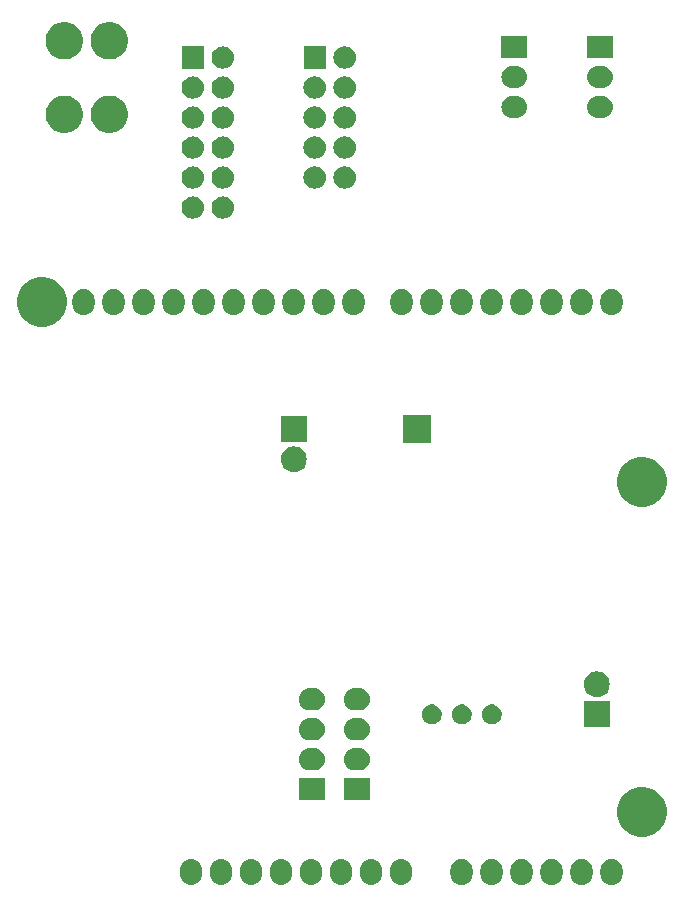
<source format=gbs>
G04 #@! TF.GenerationSoftware,KiCad,Pcbnew,5.0.0-rc2*
G04 #@! TF.CreationDate,2018-11-29T01:26:55-05:00*
G04 #@! TF.ProjectId,uno,756E6F2E6B696361645F706362000000,v1.0*
G04 #@! TF.SameCoordinates,Original*
G04 #@! TF.FileFunction,Soldermask,Bot*
G04 #@! TF.FilePolarity,Negative*
%FSLAX46Y46*%
G04 Gerber Fmt 4.6, Leading zero omitted, Abs format (unit mm)*
G04 Created by KiCad (PCBNEW 5.0.0-rc2) date Thu Nov 29 01:26:55 2018*
%MOMM*%
%LPD*%
G01*
G04 APERTURE LIST*
%ADD10C,0.100000*%
G04 APERTURE END LIST*
D10*
G36*
X48393427Y-107506397D02*
X48393429Y-107506398D01*
X48393432Y-107506398D01*
X48570585Y-107560137D01*
X48723310Y-107641771D01*
X48733852Y-107647405D01*
X48876953Y-107764846D01*
X48994394Y-107907947D01*
X48994395Y-107907949D01*
X49081662Y-108071214D01*
X49135401Y-108248367D01*
X49135401Y-108248368D01*
X49135402Y-108248372D01*
X49148999Y-108386427D01*
X49149000Y-108783573D01*
X49135403Y-108921627D01*
X49135402Y-108921629D01*
X49135402Y-108921632D01*
X49081663Y-109098785D01*
X49000029Y-109251510D01*
X48994395Y-109262052D01*
X48876954Y-109405153D01*
X48733853Y-109522594D01*
X48733851Y-109522595D01*
X48570586Y-109609862D01*
X48393433Y-109663601D01*
X48393430Y-109663601D01*
X48393428Y-109663602D01*
X48209200Y-109681748D01*
X48024973Y-109663603D01*
X48024971Y-109663602D01*
X48024968Y-109663602D01*
X47847815Y-109609863D01*
X47684550Y-109522596D01*
X47684548Y-109522595D01*
X47541447Y-109405154D01*
X47424006Y-109262053D01*
X47418371Y-109251511D01*
X47336738Y-109098786D01*
X47282999Y-108921633D01*
X47282999Y-108921630D01*
X47282998Y-108921628D01*
X47269401Y-108783573D01*
X47269400Y-108386427D01*
X47282997Y-108248373D01*
X47282998Y-108248371D01*
X47282998Y-108248368D01*
X47336737Y-108071215D01*
X47424004Y-107907950D01*
X47424005Y-107907948D01*
X47541446Y-107764847D01*
X47684547Y-107647406D01*
X47695089Y-107641772D01*
X47847814Y-107560138D01*
X48024967Y-107506399D01*
X48024970Y-107506399D01*
X48024972Y-107506398D01*
X48209200Y-107488252D01*
X48393427Y-107506397D01*
X48393427Y-107506397D01*
G37*
G36*
X50933427Y-107506397D02*
X50933429Y-107506398D01*
X50933432Y-107506398D01*
X51110585Y-107560137D01*
X51263310Y-107641771D01*
X51273852Y-107647405D01*
X51416953Y-107764846D01*
X51534394Y-107907947D01*
X51534395Y-107907949D01*
X51621662Y-108071214D01*
X51675401Y-108248367D01*
X51675401Y-108248368D01*
X51675402Y-108248372D01*
X51688999Y-108386427D01*
X51689000Y-108783573D01*
X51675403Y-108921627D01*
X51675402Y-108921629D01*
X51675402Y-108921632D01*
X51621663Y-109098785D01*
X51540029Y-109251510D01*
X51534395Y-109262052D01*
X51416954Y-109405153D01*
X51273853Y-109522594D01*
X51273851Y-109522595D01*
X51110586Y-109609862D01*
X50933433Y-109663601D01*
X50933430Y-109663601D01*
X50933428Y-109663602D01*
X50749200Y-109681748D01*
X50564973Y-109663603D01*
X50564971Y-109663602D01*
X50564968Y-109663602D01*
X50387815Y-109609863D01*
X50224550Y-109522596D01*
X50224548Y-109522595D01*
X50081447Y-109405154D01*
X49964006Y-109262053D01*
X49958371Y-109251511D01*
X49876738Y-109098786D01*
X49822999Y-108921633D01*
X49822999Y-108921630D01*
X49822998Y-108921628D01*
X49809401Y-108783573D01*
X49809400Y-108386427D01*
X49822997Y-108248373D01*
X49822998Y-108248371D01*
X49822998Y-108248368D01*
X49876737Y-108071215D01*
X49964004Y-107907950D01*
X49964005Y-107907948D01*
X50081446Y-107764847D01*
X50224547Y-107647406D01*
X50235089Y-107641772D01*
X50387814Y-107560138D01*
X50564967Y-107506399D01*
X50564970Y-107506399D01*
X50564972Y-107506398D01*
X50749200Y-107488252D01*
X50933427Y-107506397D01*
X50933427Y-107506397D01*
G37*
G36*
X66173427Y-107506397D02*
X66173429Y-107506398D01*
X66173432Y-107506398D01*
X66350585Y-107560137D01*
X66503310Y-107641771D01*
X66513852Y-107647405D01*
X66656953Y-107764846D01*
X66774394Y-107907947D01*
X66774395Y-107907949D01*
X66861662Y-108071214D01*
X66915401Y-108248367D01*
X66915401Y-108248368D01*
X66915402Y-108248372D01*
X66928999Y-108386427D01*
X66929000Y-108783573D01*
X66915403Y-108921627D01*
X66915402Y-108921629D01*
X66915402Y-108921632D01*
X66861663Y-109098785D01*
X66780029Y-109251510D01*
X66774395Y-109262052D01*
X66656954Y-109405153D01*
X66513853Y-109522594D01*
X66513851Y-109522595D01*
X66350586Y-109609862D01*
X66173433Y-109663601D01*
X66173430Y-109663601D01*
X66173428Y-109663602D01*
X65989200Y-109681748D01*
X65804973Y-109663603D01*
X65804971Y-109663602D01*
X65804968Y-109663602D01*
X65627815Y-109609863D01*
X65464550Y-109522596D01*
X65464548Y-109522595D01*
X65321447Y-109405154D01*
X65204006Y-109262053D01*
X65198371Y-109251511D01*
X65116738Y-109098786D01*
X65062999Y-108921633D01*
X65062999Y-108921630D01*
X65062998Y-108921628D01*
X65049401Y-108783573D01*
X65049400Y-108386427D01*
X65062997Y-108248373D01*
X65062998Y-108248371D01*
X65062998Y-108248368D01*
X65116737Y-108071215D01*
X65204004Y-107907950D01*
X65204005Y-107907948D01*
X65321446Y-107764847D01*
X65464547Y-107647406D01*
X65475089Y-107641772D01*
X65627814Y-107560138D01*
X65804967Y-107506399D01*
X65804970Y-107506399D01*
X65804972Y-107506398D01*
X65989200Y-107488252D01*
X66173427Y-107506397D01*
X66173427Y-107506397D01*
G37*
G36*
X53473427Y-107506397D02*
X53473429Y-107506398D01*
X53473432Y-107506398D01*
X53650585Y-107560137D01*
X53803310Y-107641771D01*
X53813852Y-107647405D01*
X53956953Y-107764846D01*
X54074394Y-107907947D01*
X54074395Y-107907949D01*
X54161662Y-108071214D01*
X54215401Y-108248367D01*
X54215401Y-108248368D01*
X54215402Y-108248372D01*
X54228999Y-108386427D01*
X54229000Y-108783573D01*
X54215403Y-108921627D01*
X54215402Y-108921629D01*
X54215402Y-108921632D01*
X54161663Y-109098785D01*
X54080029Y-109251510D01*
X54074395Y-109262052D01*
X53956954Y-109405153D01*
X53813853Y-109522594D01*
X53813851Y-109522595D01*
X53650586Y-109609862D01*
X53473433Y-109663601D01*
X53473430Y-109663601D01*
X53473428Y-109663602D01*
X53289200Y-109681748D01*
X53104973Y-109663603D01*
X53104971Y-109663602D01*
X53104968Y-109663602D01*
X52927815Y-109609863D01*
X52764550Y-109522596D01*
X52764548Y-109522595D01*
X52621447Y-109405154D01*
X52504006Y-109262053D01*
X52498371Y-109251511D01*
X52416738Y-109098786D01*
X52362999Y-108921633D01*
X52362999Y-108921630D01*
X52362998Y-108921628D01*
X52349401Y-108783573D01*
X52349400Y-108386427D01*
X52362997Y-108248373D01*
X52362998Y-108248371D01*
X52362998Y-108248368D01*
X52416737Y-108071215D01*
X52504004Y-107907950D01*
X52504005Y-107907948D01*
X52621446Y-107764847D01*
X52764547Y-107647406D01*
X52775089Y-107641772D01*
X52927814Y-107560138D01*
X53104967Y-107506399D01*
X53104970Y-107506399D01*
X53104972Y-107506398D01*
X53289200Y-107488252D01*
X53473427Y-107506397D01*
X53473427Y-107506397D01*
G37*
G36*
X56013427Y-107506397D02*
X56013429Y-107506398D01*
X56013432Y-107506398D01*
X56190585Y-107560137D01*
X56343310Y-107641771D01*
X56353852Y-107647405D01*
X56496953Y-107764846D01*
X56614394Y-107907947D01*
X56614395Y-107907949D01*
X56701662Y-108071214D01*
X56755401Y-108248367D01*
X56755401Y-108248368D01*
X56755402Y-108248372D01*
X56768999Y-108386427D01*
X56769000Y-108783573D01*
X56755403Y-108921627D01*
X56755402Y-108921629D01*
X56755402Y-108921632D01*
X56701663Y-109098785D01*
X56620029Y-109251510D01*
X56614395Y-109262052D01*
X56496954Y-109405153D01*
X56353853Y-109522594D01*
X56353851Y-109522595D01*
X56190586Y-109609862D01*
X56013433Y-109663601D01*
X56013430Y-109663601D01*
X56013428Y-109663602D01*
X55829200Y-109681748D01*
X55644973Y-109663603D01*
X55644971Y-109663602D01*
X55644968Y-109663602D01*
X55467815Y-109609863D01*
X55304550Y-109522596D01*
X55304548Y-109522595D01*
X55161447Y-109405154D01*
X55044006Y-109262053D01*
X55038371Y-109251511D01*
X54956738Y-109098786D01*
X54902999Y-108921633D01*
X54902999Y-108921630D01*
X54902998Y-108921628D01*
X54889401Y-108783573D01*
X54889400Y-108386427D01*
X54902997Y-108248373D01*
X54902998Y-108248371D01*
X54902998Y-108248368D01*
X54956737Y-108071215D01*
X55044004Y-107907950D01*
X55044005Y-107907948D01*
X55161446Y-107764847D01*
X55304547Y-107647406D01*
X55315089Y-107641772D01*
X55467814Y-107560138D01*
X55644967Y-107506399D01*
X55644970Y-107506399D01*
X55644972Y-107506398D01*
X55829200Y-107488252D01*
X56013427Y-107506397D01*
X56013427Y-107506397D01*
G37*
G36*
X58553427Y-107506397D02*
X58553429Y-107506398D01*
X58553432Y-107506398D01*
X58730585Y-107560137D01*
X58883310Y-107641771D01*
X58893852Y-107647405D01*
X59036953Y-107764846D01*
X59154394Y-107907947D01*
X59154395Y-107907949D01*
X59241662Y-108071214D01*
X59295401Y-108248367D01*
X59295401Y-108248368D01*
X59295402Y-108248372D01*
X59308999Y-108386427D01*
X59309000Y-108783573D01*
X59295403Y-108921627D01*
X59295402Y-108921629D01*
X59295402Y-108921632D01*
X59241663Y-109098785D01*
X59160029Y-109251510D01*
X59154395Y-109262052D01*
X59036954Y-109405153D01*
X58893853Y-109522594D01*
X58893851Y-109522595D01*
X58730586Y-109609862D01*
X58553433Y-109663601D01*
X58553430Y-109663601D01*
X58553428Y-109663602D01*
X58369200Y-109681748D01*
X58184973Y-109663603D01*
X58184971Y-109663602D01*
X58184968Y-109663602D01*
X58007815Y-109609863D01*
X57844550Y-109522596D01*
X57844548Y-109522595D01*
X57701447Y-109405154D01*
X57584006Y-109262053D01*
X57578371Y-109251511D01*
X57496738Y-109098786D01*
X57442999Y-108921633D01*
X57442999Y-108921630D01*
X57442998Y-108921628D01*
X57429401Y-108783573D01*
X57429400Y-108386427D01*
X57442997Y-108248373D01*
X57442998Y-108248371D01*
X57442998Y-108248368D01*
X57496737Y-108071215D01*
X57584004Y-107907950D01*
X57584005Y-107907948D01*
X57701446Y-107764847D01*
X57844547Y-107647406D01*
X57855089Y-107641772D01*
X58007814Y-107560138D01*
X58184967Y-107506399D01*
X58184970Y-107506399D01*
X58184972Y-107506398D01*
X58369200Y-107488252D01*
X58553427Y-107506397D01*
X58553427Y-107506397D01*
G37*
G36*
X61093427Y-107506397D02*
X61093429Y-107506398D01*
X61093432Y-107506398D01*
X61270585Y-107560137D01*
X61423310Y-107641771D01*
X61433852Y-107647405D01*
X61576953Y-107764846D01*
X61694394Y-107907947D01*
X61694395Y-107907949D01*
X61781662Y-108071214D01*
X61835401Y-108248367D01*
X61835401Y-108248368D01*
X61835402Y-108248372D01*
X61848999Y-108386427D01*
X61849000Y-108783573D01*
X61835403Y-108921627D01*
X61835402Y-108921629D01*
X61835402Y-108921632D01*
X61781663Y-109098785D01*
X61700029Y-109251510D01*
X61694395Y-109262052D01*
X61576954Y-109405153D01*
X61433853Y-109522594D01*
X61433851Y-109522595D01*
X61270586Y-109609862D01*
X61093433Y-109663601D01*
X61093430Y-109663601D01*
X61093428Y-109663602D01*
X60909200Y-109681748D01*
X60724973Y-109663603D01*
X60724971Y-109663602D01*
X60724968Y-109663602D01*
X60547815Y-109609863D01*
X60384550Y-109522596D01*
X60384548Y-109522595D01*
X60241447Y-109405154D01*
X60124006Y-109262053D01*
X60118371Y-109251511D01*
X60036738Y-109098786D01*
X59982999Y-108921633D01*
X59982999Y-108921630D01*
X59982998Y-108921628D01*
X59969401Y-108783573D01*
X59969400Y-108386427D01*
X59982997Y-108248373D01*
X59982998Y-108248371D01*
X59982998Y-108248368D01*
X60036737Y-108071215D01*
X60124004Y-107907950D01*
X60124005Y-107907948D01*
X60241446Y-107764847D01*
X60384547Y-107647406D01*
X60395089Y-107641772D01*
X60547814Y-107560138D01*
X60724967Y-107506399D01*
X60724970Y-107506399D01*
X60724972Y-107506398D01*
X60909200Y-107488252D01*
X61093427Y-107506397D01*
X61093427Y-107506397D01*
G37*
G36*
X63633427Y-107506397D02*
X63633429Y-107506398D01*
X63633432Y-107506398D01*
X63810585Y-107560137D01*
X63963310Y-107641771D01*
X63973852Y-107647405D01*
X64116953Y-107764846D01*
X64234394Y-107907947D01*
X64234395Y-107907949D01*
X64321662Y-108071214D01*
X64375401Y-108248367D01*
X64375401Y-108248368D01*
X64375402Y-108248372D01*
X64388999Y-108386427D01*
X64389000Y-108783573D01*
X64375403Y-108921627D01*
X64375402Y-108921629D01*
X64375402Y-108921632D01*
X64321663Y-109098785D01*
X64240029Y-109251510D01*
X64234395Y-109262052D01*
X64116954Y-109405153D01*
X63973853Y-109522594D01*
X63973851Y-109522595D01*
X63810586Y-109609862D01*
X63633433Y-109663601D01*
X63633430Y-109663601D01*
X63633428Y-109663602D01*
X63449200Y-109681748D01*
X63264973Y-109663603D01*
X63264971Y-109663602D01*
X63264968Y-109663602D01*
X63087815Y-109609863D01*
X62924550Y-109522596D01*
X62924548Y-109522595D01*
X62781447Y-109405154D01*
X62664006Y-109262053D01*
X62658371Y-109251511D01*
X62576738Y-109098786D01*
X62522999Y-108921633D01*
X62522999Y-108921630D01*
X62522998Y-108921628D01*
X62509401Y-108783573D01*
X62509400Y-108386427D01*
X62522997Y-108248373D01*
X62522998Y-108248371D01*
X62522998Y-108248368D01*
X62576737Y-108071215D01*
X62664004Y-107907950D01*
X62664005Y-107907948D01*
X62781446Y-107764847D01*
X62924547Y-107647406D01*
X62935089Y-107641772D01*
X63087814Y-107560138D01*
X63264967Y-107506399D01*
X63264970Y-107506399D01*
X63264972Y-107506398D01*
X63449200Y-107488252D01*
X63633427Y-107506397D01*
X63633427Y-107506397D01*
G37*
G36*
X73818827Y-107506397D02*
X73818829Y-107506398D01*
X73818832Y-107506398D01*
X73995985Y-107560137D01*
X74148710Y-107641771D01*
X74159252Y-107647405D01*
X74302353Y-107764846D01*
X74419794Y-107907947D01*
X74419795Y-107907949D01*
X74507062Y-108071214D01*
X74560801Y-108248367D01*
X74560801Y-108248368D01*
X74560802Y-108248372D01*
X74574399Y-108386427D01*
X74574400Y-108783573D01*
X74560803Y-108921627D01*
X74560802Y-108921629D01*
X74560802Y-108921632D01*
X74507063Y-109098785D01*
X74425429Y-109251510D01*
X74419795Y-109262052D01*
X74302354Y-109405153D01*
X74159253Y-109522594D01*
X74159251Y-109522595D01*
X73995986Y-109609862D01*
X73818833Y-109663601D01*
X73818830Y-109663601D01*
X73818828Y-109663602D01*
X73634600Y-109681748D01*
X73450373Y-109663603D01*
X73450371Y-109663602D01*
X73450368Y-109663602D01*
X73273215Y-109609863D01*
X73109950Y-109522596D01*
X73109948Y-109522595D01*
X72966847Y-109405154D01*
X72849406Y-109262053D01*
X72843771Y-109251511D01*
X72762138Y-109098786D01*
X72708399Y-108921633D01*
X72708399Y-108921630D01*
X72708398Y-108921628D01*
X72694801Y-108783573D01*
X72694800Y-108386427D01*
X72708397Y-108248373D01*
X72708398Y-108248371D01*
X72708398Y-108248368D01*
X72762137Y-108071215D01*
X72849404Y-107907950D01*
X72849405Y-107907948D01*
X72966846Y-107764847D01*
X73109947Y-107647406D01*
X73120489Y-107641771D01*
X73273214Y-107560138D01*
X73450367Y-107506399D01*
X73450370Y-107506399D01*
X73450372Y-107506398D01*
X73634600Y-107488252D01*
X73818827Y-107506397D01*
X73818827Y-107506397D01*
G37*
G36*
X71278827Y-107506397D02*
X71278829Y-107506398D01*
X71278832Y-107506398D01*
X71455985Y-107560137D01*
X71608710Y-107641771D01*
X71619252Y-107647405D01*
X71762353Y-107764846D01*
X71879794Y-107907947D01*
X71879795Y-107907949D01*
X71967062Y-108071214D01*
X72020801Y-108248367D01*
X72020801Y-108248368D01*
X72020802Y-108248372D01*
X72034399Y-108386427D01*
X72034400Y-108783573D01*
X72020803Y-108921627D01*
X72020802Y-108921629D01*
X72020802Y-108921632D01*
X71967063Y-109098785D01*
X71885429Y-109251510D01*
X71879795Y-109262052D01*
X71762354Y-109405153D01*
X71619253Y-109522594D01*
X71619251Y-109522595D01*
X71455986Y-109609862D01*
X71278833Y-109663601D01*
X71278830Y-109663601D01*
X71278828Y-109663602D01*
X71094600Y-109681748D01*
X70910373Y-109663603D01*
X70910371Y-109663602D01*
X70910368Y-109663602D01*
X70733215Y-109609863D01*
X70569950Y-109522596D01*
X70569948Y-109522595D01*
X70426847Y-109405154D01*
X70309406Y-109262053D01*
X70303771Y-109251511D01*
X70222138Y-109098786D01*
X70168399Y-108921633D01*
X70168399Y-108921630D01*
X70168398Y-108921628D01*
X70154801Y-108783573D01*
X70154800Y-108386427D01*
X70168397Y-108248373D01*
X70168398Y-108248371D01*
X70168398Y-108248368D01*
X70222137Y-108071215D01*
X70309404Y-107907950D01*
X70309405Y-107907948D01*
X70426846Y-107764847D01*
X70569947Y-107647406D01*
X70580489Y-107641771D01*
X70733214Y-107560138D01*
X70910367Y-107506399D01*
X70910370Y-107506399D01*
X70910372Y-107506398D01*
X71094600Y-107488252D01*
X71278827Y-107506397D01*
X71278827Y-107506397D01*
G37*
G36*
X83978827Y-107506397D02*
X83978829Y-107506398D01*
X83978832Y-107506398D01*
X84155985Y-107560137D01*
X84308710Y-107641771D01*
X84319252Y-107647405D01*
X84462353Y-107764846D01*
X84579794Y-107907947D01*
X84579795Y-107907949D01*
X84667062Y-108071214D01*
X84720801Y-108248367D01*
X84720801Y-108248368D01*
X84720802Y-108248372D01*
X84734399Y-108386427D01*
X84734400Y-108783573D01*
X84720803Y-108921627D01*
X84720802Y-108921629D01*
X84720802Y-108921632D01*
X84667063Y-109098785D01*
X84585429Y-109251510D01*
X84579795Y-109262052D01*
X84462354Y-109405153D01*
X84319253Y-109522594D01*
X84319251Y-109522595D01*
X84155986Y-109609862D01*
X83978833Y-109663601D01*
X83978830Y-109663601D01*
X83978828Y-109663602D01*
X83794600Y-109681748D01*
X83610373Y-109663603D01*
X83610371Y-109663602D01*
X83610368Y-109663602D01*
X83433215Y-109609863D01*
X83269950Y-109522596D01*
X83269948Y-109522595D01*
X83126847Y-109405154D01*
X83009406Y-109262053D01*
X83003771Y-109251511D01*
X82922138Y-109098786D01*
X82868399Y-108921633D01*
X82868399Y-108921630D01*
X82868398Y-108921628D01*
X82854801Y-108783573D01*
X82854800Y-108386427D01*
X82868397Y-108248373D01*
X82868398Y-108248371D01*
X82868398Y-108248368D01*
X82922137Y-108071215D01*
X83009404Y-107907950D01*
X83009405Y-107907948D01*
X83126846Y-107764847D01*
X83269947Y-107647406D01*
X83280489Y-107641771D01*
X83433214Y-107560138D01*
X83610367Y-107506399D01*
X83610370Y-107506399D01*
X83610372Y-107506398D01*
X83794600Y-107488252D01*
X83978827Y-107506397D01*
X83978827Y-107506397D01*
G37*
G36*
X81438827Y-107506397D02*
X81438829Y-107506398D01*
X81438832Y-107506398D01*
X81615985Y-107560137D01*
X81768710Y-107641771D01*
X81779252Y-107647405D01*
X81922353Y-107764846D01*
X82039794Y-107907947D01*
X82039795Y-107907949D01*
X82127062Y-108071214D01*
X82180801Y-108248367D01*
X82180801Y-108248368D01*
X82180802Y-108248372D01*
X82194399Y-108386427D01*
X82194400Y-108783573D01*
X82180803Y-108921627D01*
X82180802Y-108921629D01*
X82180802Y-108921632D01*
X82127063Y-109098785D01*
X82045429Y-109251510D01*
X82039795Y-109262052D01*
X81922354Y-109405153D01*
X81779253Y-109522594D01*
X81779251Y-109522595D01*
X81615986Y-109609862D01*
X81438833Y-109663601D01*
X81438830Y-109663601D01*
X81438828Y-109663602D01*
X81254600Y-109681748D01*
X81070373Y-109663603D01*
X81070371Y-109663602D01*
X81070368Y-109663602D01*
X80893215Y-109609863D01*
X80729950Y-109522596D01*
X80729948Y-109522595D01*
X80586847Y-109405154D01*
X80469406Y-109262053D01*
X80463771Y-109251511D01*
X80382138Y-109098786D01*
X80328399Y-108921633D01*
X80328399Y-108921630D01*
X80328398Y-108921628D01*
X80314801Y-108783573D01*
X80314800Y-108386427D01*
X80328397Y-108248373D01*
X80328398Y-108248371D01*
X80328398Y-108248368D01*
X80382137Y-108071215D01*
X80469404Y-107907950D01*
X80469405Y-107907948D01*
X80586846Y-107764847D01*
X80729947Y-107647406D01*
X80740489Y-107641771D01*
X80893214Y-107560138D01*
X81070367Y-107506399D01*
X81070370Y-107506399D01*
X81070372Y-107506398D01*
X81254600Y-107488252D01*
X81438827Y-107506397D01*
X81438827Y-107506397D01*
G37*
G36*
X78898827Y-107506397D02*
X78898829Y-107506398D01*
X78898832Y-107506398D01*
X79075985Y-107560137D01*
X79228710Y-107641771D01*
X79239252Y-107647405D01*
X79382353Y-107764846D01*
X79499794Y-107907947D01*
X79499795Y-107907949D01*
X79587062Y-108071214D01*
X79640801Y-108248367D01*
X79640801Y-108248368D01*
X79640802Y-108248372D01*
X79654399Y-108386427D01*
X79654400Y-108783573D01*
X79640803Y-108921627D01*
X79640802Y-108921629D01*
X79640802Y-108921632D01*
X79587063Y-109098785D01*
X79505429Y-109251510D01*
X79499795Y-109262052D01*
X79382354Y-109405153D01*
X79239253Y-109522594D01*
X79239251Y-109522595D01*
X79075986Y-109609862D01*
X78898833Y-109663601D01*
X78898830Y-109663601D01*
X78898828Y-109663602D01*
X78714600Y-109681748D01*
X78530373Y-109663603D01*
X78530371Y-109663602D01*
X78530368Y-109663602D01*
X78353215Y-109609863D01*
X78189950Y-109522596D01*
X78189948Y-109522595D01*
X78046847Y-109405154D01*
X77929406Y-109262053D01*
X77923771Y-109251511D01*
X77842138Y-109098786D01*
X77788399Y-108921633D01*
X77788399Y-108921630D01*
X77788398Y-108921628D01*
X77774801Y-108783573D01*
X77774800Y-108386427D01*
X77788397Y-108248373D01*
X77788398Y-108248371D01*
X77788398Y-108248368D01*
X77842137Y-108071215D01*
X77929404Y-107907950D01*
X77929405Y-107907948D01*
X78046846Y-107764847D01*
X78189947Y-107647406D01*
X78200489Y-107641771D01*
X78353214Y-107560138D01*
X78530367Y-107506399D01*
X78530370Y-107506399D01*
X78530372Y-107506398D01*
X78714600Y-107488252D01*
X78898827Y-107506397D01*
X78898827Y-107506397D01*
G37*
G36*
X76358827Y-107506397D02*
X76358829Y-107506398D01*
X76358832Y-107506398D01*
X76535985Y-107560137D01*
X76688710Y-107641771D01*
X76699252Y-107647405D01*
X76842353Y-107764846D01*
X76959794Y-107907947D01*
X76959795Y-107907949D01*
X77047062Y-108071214D01*
X77100801Y-108248367D01*
X77100801Y-108248368D01*
X77100802Y-108248372D01*
X77114399Y-108386427D01*
X77114400Y-108783573D01*
X77100803Y-108921627D01*
X77100802Y-108921629D01*
X77100802Y-108921632D01*
X77047063Y-109098785D01*
X76965429Y-109251510D01*
X76959795Y-109262052D01*
X76842354Y-109405153D01*
X76699253Y-109522594D01*
X76699251Y-109522595D01*
X76535986Y-109609862D01*
X76358833Y-109663601D01*
X76358830Y-109663601D01*
X76358828Y-109663602D01*
X76174600Y-109681748D01*
X75990373Y-109663603D01*
X75990371Y-109663602D01*
X75990368Y-109663602D01*
X75813215Y-109609863D01*
X75649950Y-109522596D01*
X75649948Y-109522595D01*
X75506847Y-109405154D01*
X75389406Y-109262053D01*
X75383771Y-109251511D01*
X75302138Y-109098786D01*
X75248399Y-108921633D01*
X75248399Y-108921630D01*
X75248398Y-108921628D01*
X75234801Y-108783573D01*
X75234800Y-108386427D01*
X75248397Y-108248373D01*
X75248398Y-108248371D01*
X75248398Y-108248368D01*
X75302137Y-108071215D01*
X75389404Y-107907950D01*
X75389405Y-107907948D01*
X75506846Y-107764847D01*
X75649947Y-107647406D01*
X75660489Y-107641771D01*
X75813214Y-107560138D01*
X75990367Y-107506399D01*
X75990370Y-107506399D01*
X75990372Y-107506398D01*
X76174600Y-107488252D01*
X76358827Y-107506397D01*
X76358827Y-107506397D01*
G37*
G36*
X86974939Y-101477817D02*
X87358607Y-101636737D01*
X87703899Y-101867454D01*
X87997546Y-102161101D01*
X88228263Y-102506393D01*
X88387183Y-102890061D01*
X88468200Y-103297360D01*
X88468200Y-103712640D01*
X88387183Y-104119939D01*
X88228263Y-104503607D01*
X87997546Y-104848899D01*
X87703899Y-105142546D01*
X87358607Y-105373263D01*
X86974939Y-105532183D01*
X86567640Y-105613200D01*
X86152360Y-105613200D01*
X85745061Y-105532183D01*
X85361393Y-105373263D01*
X85016101Y-105142546D01*
X84722454Y-104848899D01*
X84491737Y-104503607D01*
X84332817Y-104119939D01*
X84251800Y-103712640D01*
X84251800Y-103297360D01*
X84332817Y-102890061D01*
X84491737Y-102506393D01*
X84722454Y-102161101D01*
X85016101Y-101867454D01*
X85361393Y-101636737D01*
X85745061Y-101477817D01*
X86152360Y-101396800D01*
X86567640Y-101396800D01*
X86974939Y-101477817D01*
X86974939Y-101477817D01*
G37*
G36*
X63322200Y-102539800D02*
X61137800Y-102539800D01*
X61137800Y-100660200D01*
X63322200Y-100660200D01*
X63322200Y-102539800D01*
X63322200Y-102539800D01*
G37*
G36*
X59512200Y-102539800D02*
X57327800Y-102539800D01*
X57327800Y-100660200D01*
X59512200Y-100660200D01*
X59512200Y-102539800D01*
X59512200Y-102539800D01*
G37*
G36*
X58756628Y-98133797D02*
X58756630Y-98133798D01*
X58756633Y-98133798D01*
X58933786Y-98187537D01*
X59086511Y-98269170D01*
X59097053Y-98274805D01*
X59240154Y-98392246D01*
X59357595Y-98535347D01*
X59357596Y-98535349D01*
X59444863Y-98698614D01*
X59498602Y-98875767D01*
X59498602Y-98875770D01*
X59498603Y-98875772D01*
X59516748Y-99060000D01*
X59498603Y-99244228D01*
X59498602Y-99244230D01*
X59498602Y-99244233D01*
X59444863Y-99421386D01*
X59363230Y-99574111D01*
X59357595Y-99584653D01*
X59240154Y-99727754D01*
X59097053Y-99845195D01*
X59097051Y-99845196D01*
X58933786Y-99932463D01*
X58756633Y-99986202D01*
X58756630Y-99986202D01*
X58756628Y-99986203D01*
X58618574Y-99999800D01*
X58221426Y-99999800D01*
X58083372Y-99986203D01*
X58083370Y-99986202D01*
X58083367Y-99986202D01*
X57906214Y-99932463D01*
X57742949Y-99845196D01*
X57742947Y-99845195D01*
X57599846Y-99727754D01*
X57482405Y-99584653D01*
X57476770Y-99574111D01*
X57395137Y-99421386D01*
X57341398Y-99244233D01*
X57341398Y-99244230D01*
X57341397Y-99244228D01*
X57323252Y-99060000D01*
X57341397Y-98875772D01*
X57341398Y-98875770D01*
X57341398Y-98875767D01*
X57395137Y-98698614D01*
X57482404Y-98535349D01*
X57482405Y-98535347D01*
X57599846Y-98392246D01*
X57742947Y-98274805D01*
X57753489Y-98269170D01*
X57906214Y-98187537D01*
X58083367Y-98133798D01*
X58083370Y-98133798D01*
X58083372Y-98133797D01*
X58221426Y-98120200D01*
X58618574Y-98120200D01*
X58756628Y-98133797D01*
X58756628Y-98133797D01*
G37*
G36*
X62566628Y-98133797D02*
X62566630Y-98133798D01*
X62566633Y-98133798D01*
X62743786Y-98187537D01*
X62896511Y-98269170D01*
X62907053Y-98274805D01*
X63050154Y-98392246D01*
X63167595Y-98535347D01*
X63167596Y-98535349D01*
X63254863Y-98698614D01*
X63308602Y-98875767D01*
X63308602Y-98875770D01*
X63308603Y-98875772D01*
X63326748Y-99060000D01*
X63308603Y-99244228D01*
X63308602Y-99244230D01*
X63308602Y-99244233D01*
X63254863Y-99421386D01*
X63173230Y-99574111D01*
X63167595Y-99584653D01*
X63050154Y-99727754D01*
X62907053Y-99845195D01*
X62907051Y-99845196D01*
X62743786Y-99932463D01*
X62566633Y-99986202D01*
X62566630Y-99986202D01*
X62566628Y-99986203D01*
X62428574Y-99999800D01*
X62031426Y-99999800D01*
X61893372Y-99986203D01*
X61893370Y-99986202D01*
X61893367Y-99986202D01*
X61716214Y-99932463D01*
X61552949Y-99845196D01*
X61552947Y-99845195D01*
X61409846Y-99727754D01*
X61292405Y-99584653D01*
X61286770Y-99574111D01*
X61205137Y-99421386D01*
X61151398Y-99244233D01*
X61151398Y-99244230D01*
X61151397Y-99244228D01*
X61133252Y-99060000D01*
X61151397Y-98875772D01*
X61151398Y-98875770D01*
X61151398Y-98875767D01*
X61205137Y-98698614D01*
X61292404Y-98535349D01*
X61292405Y-98535347D01*
X61409846Y-98392246D01*
X61552947Y-98274805D01*
X61563489Y-98269170D01*
X61716214Y-98187537D01*
X61893367Y-98133798D01*
X61893370Y-98133798D01*
X61893372Y-98133797D01*
X62031426Y-98120200D01*
X62428574Y-98120200D01*
X62566628Y-98133797D01*
X62566628Y-98133797D01*
G37*
G36*
X62566628Y-95593797D02*
X62566630Y-95593798D01*
X62566633Y-95593798D01*
X62743786Y-95647537D01*
X62896511Y-95729170D01*
X62907053Y-95734805D01*
X63050154Y-95852246D01*
X63167595Y-95995347D01*
X63167596Y-95995349D01*
X63254863Y-96158614D01*
X63308602Y-96335767D01*
X63308602Y-96335770D01*
X63308603Y-96335772D01*
X63326748Y-96520000D01*
X63308603Y-96704228D01*
X63308602Y-96704230D01*
X63308602Y-96704233D01*
X63254863Y-96881386D01*
X63173230Y-97034111D01*
X63167595Y-97044653D01*
X63050154Y-97187754D01*
X62907053Y-97305195D01*
X62907051Y-97305196D01*
X62743786Y-97392463D01*
X62566633Y-97446202D01*
X62566630Y-97446202D01*
X62566628Y-97446203D01*
X62428574Y-97459800D01*
X62031426Y-97459800D01*
X61893372Y-97446203D01*
X61893370Y-97446202D01*
X61893367Y-97446202D01*
X61716214Y-97392463D01*
X61552949Y-97305196D01*
X61552947Y-97305195D01*
X61409846Y-97187754D01*
X61292405Y-97044653D01*
X61286770Y-97034111D01*
X61205137Y-96881386D01*
X61151398Y-96704233D01*
X61151398Y-96704230D01*
X61151397Y-96704228D01*
X61133252Y-96520000D01*
X61151397Y-96335772D01*
X61151398Y-96335770D01*
X61151398Y-96335767D01*
X61205137Y-96158614D01*
X61292404Y-95995349D01*
X61292405Y-95995347D01*
X61409846Y-95852246D01*
X61552947Y-95734805D01*
X61563489Y-95729170D01*
X61716214Y-95647537D01*
X61893367Y-95593798D01*
X61893370Y-95593798D01*
X61893372Y-95593797D01*
X62031426Y-95580200D01*
X62428574Y-95580200D01*
X62566628Y-95593797D01*
X62566628Y-95593797D01*
G37*
G36*
X58756628Y-95593797D02*
X58756630Y-95593798D01*
X58756633Y-95593798D01*
X58933786Y-95647537D01*
X59086511Y-95729170D01*
X59097053Y-95734805D01*
X59240154Y-95852246D01*
X59357595Y-95995347D01*
X59357596Y-95995349D01*
X59444863Y-96158614D01*
X59498602Y-96335767D01*
X59498602Y-96335770D01*
X59498603Y-96335772D01*
X59516748Y-96520000D01*
X59498603Y-96704228D01*
X59498602Y-96704230D01*
X59498602Y-96704233D01*
X59444863Y-96881386D01*
X59363230Y-97034111D01*
X59357595Y-97044653D01*
X59240154Y-97187754D01*
X59097053Y-97305195D01*
X59097051Y-97305196D01*
X58933786Y-97392463D01*
X58756633Y-97446202D01*
X58756630Y-97446202D01*
X58756628Y-97446203D01*
X58618574Y-97459800D01*
X58221426Y-97459800D01*
X58083372Y-97446203D01*
X58083370Y-97446202D01*
X58083367Y-97446202D01*
X57906214Y-97392463D01*
X57742949Y-97305196D01*
X57742947Y-97305195D01*
X57599846Y-97187754D01*
X57482405Y-97044653D01*
X57476770Y-97034111D01*
X57395137Y-96881386D01*
X57341398Y-96704233D01*
X57341398Y-96704230D01*
X57341397Y-96704228D01*
X57323252Y-96520000D01*
X57341397Y-96335772D01*
X57341398Y-96335770D01*
X57341398Y-96335767D01*
X57395137Y-96158614D01*
X57482404Y-95995349D01*
X57482405Y-95995347D01*
X57599846Y-95852246D01*
X57742947Y-95734805D01*
X57753489Y-95729170D01*
X57906214Y-95647537D01*
X58083367Y-95593798D01*
X58083370Y-95593798D01*
X58083372Y-95593797D01*
X58221426Y-95580200D01*
X58618574Y-95580200D01*
X58756628Y-95593797D01*
X58756628Y-95593797D01*
G37*
G36*
X83642200Y-96342200D02*
X81457800Y-96342200D01*
X81457800Y-94157800D01*
X83642200Y-94157800D01*
X83642200Y-96342200D01*
X83642200Y-96342200D01*
G37*
G36*
X68824494Y-94444011D02*
X68977037Y-94507197D01*
X69114322Y-94598927D01*
X69231073Y-94715678D01*
X69322803Y-94852963D01*
X69385989Y-95005506D01*
X69418200Y-95167444D01*
X69418200Y-95332556D01*
X69385989Y-95494494D01*
X69322803Y-95647037D01*
X69231073Y-95784322D01*
X69114322Y-95901073D01*
X68977037Y-95992803D01*
X68824494Y-96055989D01*
X68662556Y-96088200D01*
X68497444Y-96088200D01*
X68335506Y-96055989D01*
X68182963Y-95992803D01*
X68045678Y-95901073D01*
X67928927Y-95784322D01*
X67837197Y-95647037D01*
X67774011Y-95494494D01*
X67741800Y-95332556D01*
X67741800Y-95167444D01*
X67774011Y-95005506D01*
X67837197Y-94852963D01*
X67928927Y-94715678D01*
X68045678Y-94598927D01*
X68182963Y-94507197D01*
X68335506Y-94444011D01*
X68497444Y-94411800D01*
X68662556Y-94411800D01*
X68824494Y-94444011D01*
X68824494Y-94444011D01*
G37*
G36*
X73904494Y-94444011D02*
X74057037Y-94507197D01*
X74194322Y-94598927D01*
X74311073Y-94715678D01*
X74402803Y-94852963D01*
X74465989Y-95005506D01*
X74498200Y-95167444D01*
X74498200Y-95332556D01*
X74465989Y-95494494D01*
X74402803Y-95647037D01*
X74311073Y-95784322D01*
X74194322Y-95901073D01*
X74057037Y-95992803D01*
X73904494Y-96055989D01*
X73742556Y-96088200D01*
X73577444Y-96088200D01*
X73415506Y-96055989D01*
X73262963Y-95992803D01*
X73125678Y-95901073D01*
X73008927Y-95784322D01*
X72917197Y-95647037D01*
X72854011Y-95494494D01*
X72821800Y-95332556D01*
X72821800Y-95167444D01*
X72854011Y-95005506D01*
X72917197Y-94852963D01*
X73008927Y-94715678D01*
X73125678Y-94598927D01*
X73262963Y-94507197D01*
X73415506Y-94444011D01*
X73577444Y-94411800D01*
X73742556Y-94411800D01*
X73904494Y-94444011D01*
X73904494Y-94444011D01*
G37*
G36*
X71364494Y-94444011D02*
X71517037Y-94507197D01*
X71654322Y-94598927D01*
X71771073Y-94715678D01*
X71862803Y-94852963D01*
X71925989Y-95005506D01*
X71958200Y-95167444D01*
X71958200Y-95332556D01*
X71925989Y-95494494D01*
X71862803Y-95647037D01*
X71771073Y-95784322D01*
X71654322Y-95901073D01*
X71517037Y-95992803D01*
X71364494Y-96055989D01*
X71202556Y-96088200D01*
X71037444Y-96088200D01*
X70875506Y-96055989D01*
X70722963Y-95992803D01*
X70585678Y-95901073D01*
X70468927Y-95784322D01*
X70377197Y-95647037D01*
X70314011Y-95494494D01*
X70281800Y-95332556D01*
X70281800Y-95167444D01*
X70314011Y-95005506D01*
X70377197Y-94852963D01*
X70468927Y-94715678D01*
X70585678Y-94598927D01*
X70722963Y-94507197D01*
X70875506Y-94444011D01*
X71037444Y-94411800D01*
X71202556Y-94411800D01*
X71364494Y-94444011D01*
X71364494Y-94444011D01*
G37*
G36*
X62566628Y-93053797D02*
X62566630Y-93053798D01*
X62566633Y-93053798D01*
X62743786Y-93107537D01*
X62896511Y-93189170D01*
X62907053Y-93194805D01*
X63050154Y-93312246D01*
X63167595Y-93455347D01*
X63167596Y-93455349D01*
X63254863Y-93618614D01*
X63308602Y-93795767D01*
X63308602Y-93795770D01*
X63308603Y-93795772D01*
X63326748Y-93980000D01*
X63308603Y-94164228D01*
X63308602Y-94164230D01*
X63308602Y-94164233D01*
X63254863Y-94341386D01*
X63200008Y-94444012D01*
X63167595Y-94504653D01*
X63050154Y-94647754D01*
X62907053Y-94765195D01*
X62907051Y-94765196D01*
X62743786Y-94852463D01*
X62566633Y-94906202D01*
X62566630Y-94906202D01*
X62566628Y-94906203D01*
X62428574Y-94919800D01*
X62031426Y-94919800D01*
X61893372Y-94906203D01*
X61893370Y-94906202D01*
X61893367Y-94906202D01*
X61716214Y-94852463D01*
X61552949Y-94765196D01*
X61552947Y-94765195D01*
X61409846Y-94647754D01*
X61292405Y-94504653D01*
X61259992Y-94444012D01*
X61205137Y-94341386D01*
X61151398Y-94164233D01*
X61151398Y-94164230D01*
X61151397Y-94164228D01*
X61133252Y-93980000D01*
X61151397Y-93795772D01*
X61151398Y-93795770D01*
X61151398Y-93795767D01*
X61205137Y-93618614D01*
X61292404Y-93455349D01*
X61292405Y-93455347D01*
X61409846Y-93312246D01*
X61552947Y-93194805D01*
X61563489Y-93189170D01*
X61716214Y-93107537D01*
X61893367Y-93053798D01*
X61893370Y-93053798D01*
X61893372Y-93053797D01*
X62031426Y-93040200D01*
X62428574Y-93040200D01*
X62566628Y-93053797D01*
X62566628Y-93053797D01*
G37*
G36*
X58756628Y-93053797D02*
X58756630Y-93053798D01*
X58756633Y-93053798D01*
X58933786Y-93107537D01*
X59086511Y-93189170D01*
X59097053Y-93194805D01*
X59240154Y-93312246D01*
X59357595Y-93455347D01*
X59357596Y-93455349D01*
X59444863Y-93618614D01*
X59498602Y-93795767D01*
X59498602Y-93795770D01*
X59498603Y-93795772D01*
X59516748Y-93980000D01*
X59498603Y-94164228D01*
X59498602Y-94164230D01*
X59498602Y-94164233D01*
X59444863Y-94341386D01*
X59390008Y-94444012D01*
X59357595Y-94504653D01*
X59240154Y-94647754D01*
X59097053Y-94765195D01*
X59097051Y-94765196D01*
X58933786Y-94852463D01*
X58756633Y-94906202D01*
X58756630Y-94906202D01*
X58756628Y-94906203D01*
X58618574Y-94919800D01*
X58221426Y-94919800D01*
X58083372Y-94906203D01*
X58083370Y-94906202D01*
X58083367Y-94906202D01*
X57906214Y-94852463D01*
X57742949Y-94765196D01*
X57742947Y-94765195D01*
X57599846Y-94647754D01*
X57482405Y-94504653D01*
X57449992Y-94444012D01*
X57395137Y-94341386D01*
X57341398Y-94164233D01*
X57341398Y-94164230D01*
X57341397Y-94164228D01*
X57323252Y-93980000D01*
X57341397Y-93795772D01*
X57341398Y-93795770D01*
X57341398Y-93795767D01*
X57395137Y-93618614D01*
X57482404Y-93455349D01*
X57482405Y-93455347D01*
X57599846Y-93312246D01*
X57742947Y-93194805D01*
X57753489Y-93189170D01*
X57906214Y-93107537D01*
X58083367Y-93053798D01*
X58083370Y-93053798D01*
X58083372Y-93053797D01*
X58221426Y-93040200D01*
X58618574Y-93040200D01*
X58756628Y-93053797D01*
X58756628Y-93053797D01*
G37*
G36*
X82764105Y-91633603D02*
X82764108Y-91633604D01*
X82764109Y-91633604D01*
X82969989Y-91696057D01*
X83138032Y-91785878D01*
X83159731Y-91797476D01*
X83326038Y-91933962D01*
X83462524Y-92100269D01*
X83462525Y-92100271D01*
X83563943Y-92290011D01*
X83563943Y-92290012D01*
X83626397Y-92495895D01*
X83647485Y-92710000D01*
X83626397Y-92924105D01*
X83626396Y-92924108D01*
X83626396Y-92924109D01*
X83563943Y-93129989D01*
X83529298Y-93194805D01*
X83462524Y-93319731D01*
X83326038Y-93486038D01*
X83159731Y-93622524D01*
X83159729Y-93622525D01*
X82969989Y-93723943D01*
X82764109Y-93786396D01*
X82764108Y-93786396D01*
X82764105Y-93786397D01*
X82603654Y-93802200D01*
X82496346Y-93802200D01*
X82335895Y-93786397D01*
X82335892Y-93786396D01*
X82335891Y-93786396D01*
X82130011Y-93723943D01*
X81940271Y-93622525D01*
X81940269Y-93622524D01*
X81773962Y-93486038D01*
X81637476Y-93319731D01*
X81570702Y-93194805D01*
X81536057Y-93129989D01*
X81473604Y-92924109D01*
X81473604Y-92924108D01*
X81473603Y-92924105D01*
X81452515Y-92710000D01*
X81473603Y-92495895D01*
X81536057Y-92290012D01*
X81536057Y-92290011D01*
X81637475Y-92100271D01*
X81637476Y-92100269D01*
X81773962Y-91933962D01*
X81940269Y-91797476D01*
X81961968Y-91785878D01*
X82130011Y-91696057D01*
X82335891Y-91633604D01*
X82335892Y-91633604D01*
X82335895Y-91633603D01*
X82496346Y-91617800D01*
X82603654Y-91617800D01*
X82764105Y-91633603D01*
X82764105Y-91633603D01*
G37*
G36*
X86974939Y-73537817D02*
X87358607Y-73696737D01*
X87703899Y-73927454D01*
X87997546Y-74221101D01*
X88228263Y-74566393D01*
X88387183Y-74950061D01*
X88468200Y-75357360D01*
X88468200Y-75772640D01*
X88387183Y-76179939D01*
X88228263Y-76563607D01*
X87997546Y-76908899D01*
X87703899Y-77202546D01*
X87358607Y-77433263D01*
X86974939Y-77592183D01*
X86567640Y-77673200D01*
X86152360Y-77673200D01*
X85745061Y-77592183D01*
X85361393Y-77433263D01*
X85016101Y-77202546D01*
X84722454Y-76908899D01*
X84491737Y-76563607D01*
X84332817Y-76179939D01*
X84251800Y-75772640D01*
X84251800Y-75357360D01*
X84332817Y-74950061D01*
X84491737Y-74566393D01*
X84722454Y-74221101D01*
X85016101Y-73927454D01*
X85361393Y-73696737D01*
X85745061Y-73537817D01*
X86152360Y-73456800D01*
X86567640Y-73456800D01*
X86974939Y-73537817D01*
X86974939Y-73537817D01*
G37*
G36*
X57110105Y-72583603D02*
X57110108Y-72583604D01*
X57110109Y-72583604D01*
X57315989Y-72646057D01*
X57484032Y-72735878D01*
X57505731Y-72747476D01*
X57672038Y-72883962D01*
X57808524Y-73050269D01*
X57808525Y-73050271D01*
X57909943Y-73240011D01*
X57909943Y-73240012D01*
X57972397Y-73445895D01*
X57993485Y-73660000D01*
X57972397Y-73874105D01*
X57972396Y-73874108D01*
X57972396Y-73874109D01*
X57909943Y-74079989D01*
X57834518Y-74221100D01*
X57808524Y-74269731D01*
X57672038Y-74436038D01*
X57505731Y-74572524D01*
X57505729Y-74572525D01*
X57315989Y-74673943D01*
X57110109Y-74736396D01*
X57110108Y-74736396D01*
X57110105Y-74736397D01*
X56949654Y-74752200D01*
X56842346Y-74752200D01*
X56681895Y-74736397D01*
X56681892Y-74736396D01*
X56681891Y-74736396D01*
X56476011Y-74673943D01*
X56286271Y-74572525D01*
X56286269Y-74572524D01*
X56119962Y-74436038D01*
X55983476Y-74269731D01*
X55957482Y-74221100D01*
X55882057Y-74079989D01*
X55819604Y-73874109D01*
X55819604Y-73874108D01*
X55819603Y-73874105D01*
X55798515Y-73660000D01*
X55819603Y-73445895D01*
X55882057Y-73240012D01*
X55882057Y-73240011D01*
X55983475Y-73050271D01*
X55983476Y-73050269D01*
X56119962Y-72883962D01*
X56286269Y-72747476D01*
X56307968Y-72735878D01*
X56476011Y-72646057D01*
X56681891Y-72583604D01*
X56681892Y-72583604D01*
X56681895Y-72583603D01*
X56842346Y-72567800D01*
X56949654Y-72567800D01*
X57110105Y-72583603D01*
X57110105Y-72583603D01*
G37*
G36*
X68503800Y-72313800D02*
X66116200Y-72313800D01*
X66116200Y-69926200D01*
X68503800Y-69926200D01*
X68503800Y-72313800D01*
X68503800Y-72313800D01*
G37*
G36*
X57988200Y-72212200D02*
X55803800Y-72212200D01*
X55803800Y-70027800D01*
X57988200Y-70027800D01*
X57988200Y-72212200D01*
X57988200Y-72212200D01*
G37*
G36*
X36174939Y-58297817D02*
X36558607Y-58456737D01*
X36903899Y-58687454D01*
X37197546Y-58981101D01*
X37428263Y-59326393D01*
X37587183Y-59710061D01*
X37668200Y-60117360D01*
X37668200Y-60532640D01*
X37587183Y-60939939D01*
X37428263Y-61323607D01*
X37197546Y-61668899D01*
X36903899Y-61962546D01*
X36558607Y-62193263D01*
X36174939Y-62352183D01*
X35767640Y-62433200D01*
X35352360Y-62433200D01*
X34945061Y-62352183D01*
X34561393Y-62193263D01*
X34216101Y-61962546D01*
X33922454Y-61668899D01*
X33691737Y-61323607D01*
X33532817Y-60939939D01*
X33451800Y-60532640D01*
X33451800Y-60117360D01*
X33532817Y-59710061D01*
X33691737Y-59326393D01*
X33922454Y-58981101D01*
X34216101Y-58687454D01*
X34561393Y-58456737D01*
X34945061Y-58297817D01*
X35352360Y-58216800D01*
X35767640Y-58216800D01*
X36174939Y-58297817D01*
X36174939Y-58297817D01*
G37*
G36*
X76358827Y-59246397D02*
X76358829Y-59246398D01*
X76358832Y-59246398D01*
X76535985Y-59300137D01*
X76688710Y-59381771D01*
X76699252Y-59387405D01*
X76842353Y-59504846D01*
X76959794Y-59647947D01*
X76959795Y-59647949D01*
X77047062Y-59811214D01*
X77100801Y-59988367D01*
X77100801Y-59988368D01*
X77100802Y-59988372D01*
X77114399Y-60126427D01*
X77114400Y-60523573D01*
X77100803Y-60661627D01*
X77100802Y-60661629D01*
X77100802Y-60661632D01*
X77047063Y-60838785D01*
X76992995Y-60939939D01*
X76959795Y-61002052D01*
X76842354Y-61145153D01*
X76699253Y-61262594D01*
X76699251Y-61262595D01*
X76535986Y-61349862D01*
X76358833Y-61403601D01*
X76358830Y-61403601D01*
X76358828Y-61403602D01*
X76174600Y-61421748D01*
X75990373Y-61403603D01*
X75990371Y-61403602D01*
X75990368Y-61403602D01*
X75813215Y-61349863D01*
X75649950Y-61262596D01*
X75649948Y-61262595D01*
X75506847Y-61145154D01*
X75389406Y-61002053D01*
X75374886Y-60974887D01*
X75302138Y-60838786D01*
X75248399Y-60661633D01*
X75248399Y-60661630D01*
X75248398Y-60661628D01*
X75234801Y-60523573D01*
X75234800Y-60126427D01*
X75248397Y-59988373D01*
X75248398Y-59988371D01*
X75248398Y-59988368D01*
X75302137Y-59811215D01*
X75389404Y-59647950D01*
X75389405Y-59647948D01*
X75506846Y-59504847D01*
X75649947Y-59387406D01*
X75660489Y-59381771D01*
X75813214Y-59300138D01*
X75990367Y-59246399D01*
X75990370Y-59246399D01*
X75990372Y-59246398D01*
X76174600Y-59228252D01*
X76358827Y-59246397D01*
X76358827Y-59246397D01*
G37*
G36*
X78898827Y-59246397D02*
X78898829Y-59246398D01*
X78898832Y-59246398D01*
X79075985Y-59300137D01*
X79228710Y-59381771D01*
X79239252Y-59387405D01*
X79382353Y-59504846D01*
X79499794Y-59647947D01*
X79499795Y-59647949D01*
X79587062Y-59811214D01*
X79640801Y-59988367D01*
X79640801Y-59988368D01*
X79640802Y-59988372D01*
X79654399Y-60126427D01*
X79654400Y-60523573D01*
X79640803Y-60661627D01*
X79640802Y-60661629D01*
X79640802Y-60661632D01*
X79587063Y-60838785D01*
X79532995Y-60939939D01*
X79499795Y-61002052D01*
X79382354Y-61145153D01*
X79239253Y-61262594D01*
X79239251Y-61262595D01*
X79075986Y-61349862D01*
X78898833Y-61403601D01*
X78898830Y-61403601D01*
X78898828Y-61403602D01*
X78714600Y-61421748D01*
X78530373Y-61403603D01*
X78530371Y-61403602D01*
X78530368Y-61403602D01*
X78353215Y-61349863D01*
X78189950Y-61262596D01*
X78189948Y-61262595D01*
X78046847Y-61145154D01*
X77929406Y-61002053D01*
X77914886Y-60974887D01*
X77842138Y-60838786D01*
X77788399Y-60661633D01*
X77788399Y-60661630D01*
X77788398Y-60661628D01*
X77774801Y-60523573D01*
X77774800Y-60126427D01*
X77788397Y-59988373D01*
X77788398Y-59988371D01*
X77788398Y-59988368D01*
X77842137Y-59811215D01*
X77929404Y-59647950D01*
X77929405Y-59647948D01*
X78046846Y-59504847D01*
X78189947Y-59387406D01*
X78200489Y-59381771D01*
X78353214Y-59300138D01*
X78530367Y-59246399D01*
X78530370Y-59246399D01*
X78530372Y-59246398D01*
X78714600Y-59228252D01*
X78898827Y-59246397D01*
X78898827Y-59246397D01*
G37*
G36*
X81438827Y-59246397D02*
X81438829Y-59246398D01*
X81438832Y-59246398D01*
X81615985Y-59300137D01*
X81768710Y-59381771D01*
X81779252Y-59387405D01*
X81922353Y-59504846D01*
X82039794Y-59647947D01*
X82039795Y-59647949D01*
X82127062Y-59811214D01*
X82180801Y-59988367D01*
X82180801Y-59988368D01*
X82180802Y-59988372D01*
X82194399Y-60126427D01*
X82194400Y-60523573D01*
X82180803Y-60661627D01*
X82180802Y-60661629D01*
X82180802Y-60661632D01*
X82127063Y-60838785D01*
X82072995Y-60939939D01*
X82039795Y-61002052D01*
X81922354Y-61145153D01*
X81779253Y-61262594D01*
X81779251Y-61262595D01*
X81615986Y-61349862D01*
X81438833Y-61403601D01*
X81438830Y-61403601D01*
X81438828Y-61403602D01*
X81254600Y-61421748D01*
X81070373Y-61403603D01*
X81070371Y-61403602D01*
X81070368Y-61403602D01*
X80893215Y-61349863D01*
X80729950Y-61262596D01*
X80729948Y-61262595D01*
X80586847Y-61145154D01*
X80469406Y-61002053D01*
X80454886Y-60974887D01*
X80382138Y-60838786D01*
X80328399Y-60661633D01*
X80328399Y-60661630D01*
X80328398Y-60661628D01*
X80314801Y-60523573D01*
X80314800Y-60126427D01*
X80328397Y-59988373D01*
X80328398Y-59988371D01*
X80328398Y-59988368D01*
X80382137Y-59811215D01*
X80469404Y-59647950D01*
X80469405Y-59647948D01*
X80586846Y-59504847D01*
X80729947Y-59387406D01*
X80740489Y-59381771D01*
X80893214Y-59300138D01*
X81070367Y-59246399D01*
X81070370Y-59246399D01*
X81070372Y-59246398D01*
X81254600Y-59228252D01*
X81438827Y-59246397D01*
X81438827Y-59246397D01*
G37*
G36*
X83978827Y-59246397D02*
X83978829Y-59246398D01*
X83978832Y-59246398D01*
X84155985Y-59300137D01*
X84308710Y-59381771D01*
X84319252Y-59387405D01*
X84462353Y-59504846D01*
X84579794Y-59647947D01*
X84579795Y-59647949D01*
X84667062Y-59811214D01*
X84720801Y-59988367D01*
X84720801Y-59988368D01*
X84720802Y-59988372D01*
X84734399Y-60126427D01*
X84734400Y-60523573D01*
X84720803Y-60661627D01*
X84720802Y-60661629D01*
X84720802Y-60661632D01*
X84667063Y-60838785D01*
X84612995Y-60939939D01*
X84579795Y-61002052D01*
X84462354Y-61145153D01*
X84319253Y-61262594D01*
X84319251Y-61262595D01*
X84155986Y-61349862D01*
X83978833Y-61403601D01*
X83978830Y-61403601D01*
X83978828Y-61403602D01*
X83794600Y-61421748D01*
X83610373Y-61403603D01*
X83610371Y-61403602D01*
X83610368Y-61403602D01*
X83433215Y-61349863D01*
X83269950Y-61262596D01*
X83269948Y-61262595D01*
X83126847Y-61145154D01*
X83009406Y-61002053D01*
X82994886Y-60974887D01*
X82922138Y-60838786D01*
X82868399Y-60661633D01*
X82868399Y-60661630D01*
X82868398Y-60661628D01*
X82854801Y-60523573D01*
X82854800Y-60126427D01*
X82868397Y-59988373D01*
X82868398Y-59988371D01*
X82868398Y-59988368D01*
X82922137Y-59811215D01*
X83009404Y-59647950D01*
X83009405Y-59647948D01*
X83126846Y-59504847D01*
X83269947Y-59387406D01*
X83280489Y-59381771D01*
X83433214Y-59300138D01*
X83610367Y-59246399D01*
X83610370Y-59246399D01*
X83610372Y-59246398D01*
X83794600Y-59228252D01*
X83978827Y-59246397D01*
X83978827Y-59246397D01*
G37*
G36*
X62134827Y-59246397D02*
X62134829Y-59246398D01*
X62134832Y-59246398D01*
X62311985Y-59300137D01*
X62464710Y-59381771D01*
X62475252Y-59387405D01*
X62618353Y-59504846D01*
X62735794Y-59647947D01*
X62735795Y-59647949D01*
X62823062Y-59811214D01*
X62876801Y-59988367D01*
X62876801Y-59988368D01*
X62876802Y-59988372D01*
X62890399Y-60126427D01*
X62890400Y-60523573D01*
X62876803Y-60661627D01*
X62876802Y-60661629D01*
X62876802Y-60661632D01*
X62823063Y-60838785D01*
X62768995Y-60939939D01*
X62735795Y-61002052D01*
X62618354Y-61145153D01*
X62475253Y-61262594D01*
X62475251Y-61262595D01*
X62311986Y-61349862D01*
X62134833Y-61403601D01*
X62134830Y-61403601D01*
X62134828Y-61403602D01*
X61950600Y-61421748D01*
X61766373Y-61403603D01*
X61766371Y-61403602D01*
X61766368Y-61403602D01*
X61589215Y-61349863D01*
X61425950Y-61262596D01*
X61425948Y-61262595D01*
X61282847Y-61145154D01*
X61165406Y-61002053D01*
X61150886Y-60974887D01*
X61078138Y-60838786D01*
X61024399Y-60661633D01*
X61024399Y-60661630D01*
X61024398Y-60661628D01*
X61010801Y-60523573D01*
X61010800Y-60126427D01*
X61024397Y-59988373D01*
X61024398Y-59988371D01*
X61024398Y-59988368D01*
X61078137Y-59811215D01*
X61165404Y-59647950D01*
X61165405Y-59647948D01*
X61282846Y-59504847D01*
X61425947Y-59387406D01*
X61436489Y-59381771D01*
X61589214Y-59300138D01*
X61766367Y-59246399D01*
X61766370Y-59246399D01*
X61766372Y-59246398D01*
X61950600Y-59228252D01*
X62134827Y-59246397D01*
X62134827Y-59246397D01*
G37*
G36*
X66198827Y-59246397D02*
X66198829Y-59246398D01*
X66198832Y-59246398D01*
X66375985Y-59300137D01*
X66528710Y-59381771D01*
X66539252Y-59387405D01*
X66682353Y-59504846D01*
X66799794Y-59647947D01*
X66799795Y-59647949D01*
X66887062Y-59811214D01*
X66940801Y-59988367D01*
X66940801Y-59988368D01*
X66940802Y-59988372D01*
X66954399Y-60126427D01*
X66954400Y-60523573D01*
X66940803Y-60661627D01*
X66940802Y-60661629D01*
X66940802Y-60661632D01*
X66887063Y-60838785D01*
X66832995Y-60939939D01*
X66799795Y-61002052D01*
X66682354Y-61145153D01*
X66539253Y-61262594D01*
X66539251Y-61262595D01*
X66375986Y-61349862D01*
X66198833Y-61403601D01*
X66198830Y-61403601D01*
X66198828Y-61403602D01*
X66014600Y-61421748D01*
X65830373Y-61403603D01*
X65830371Y-61403602D01*
X65830368Y-61403602D01*
X65653215Y-61349863D01*
X65489950Y-61262596D01*
X65489948Y-61262595D01*
X65346847Y-61145154D01*
X65229406Y-61002053D01*
X65214886Y-60974887D01*
X65142138Y-60838786D01*
X65088399Y-60661633D01*
X65088399Y-60661630D01*
X65088398Y-60661628D01*
X65074801Y-60523573D01*
X65074800Y-60126427D01*
X65088397Y-59988373D01*
X65088398Y-59988371D01*
X65088398Y-59988368D01*
X65142137Y-59811215D01*
X65229404Y-59647950D01*
X65229405Y-59647948D01*
X65346846Y-59504847D01*
X65489947Y-59387406D01*
X65500489Y-59381771D01*
X65653214Y-59300138D01*
X65830367Y-59246399D01*
X65830370Y-59246399D01*
X65830372Y-59246398D01*
X66014600Y-59228252D01*
X66198827Y-59246397D01*
X66198827Y-59246397D01*
G37*
G36*
X73818827Y-59246397D02*
X73818829Y-59246398D01*
X73818832Y-59246398D01*
X73995985Y-59300137D01*
X74148710Y-59381771D01*
X74159252Y-59387405D01*
X74302353Y-59504846D01*
X74419794Y-59647947D01*
X74419795Y-59647949D01*
X74507062Y-59811214D01*
X74560801Y-59988367D01*
X74560801Y-59988368D01*
X74560802Y-59988372D01*
X74574399Y-60126427D01*
X74574400Y-60523573D01*
X74560803Y-60661627D01*
X74560802Y-60661629D01*
X74560802Y-60661632D01*
X74507063Y-60838785D01*
X74452995Y-60939939D01*
X74419795Y-61002052D01*
X74302354Y-61145153D01*
X74159253Y-61262594D01*
X74159251Y-61262595D01*
X73995986Y-61349862D01*
X73818833Y-61403601D01*
X73818830Y-61403601D01*
X73818828Y-61403602D01*
X73634600Y-61421748D01*
X73450373Y-61403603D01*
X73450371Y-61403602D01*
X73450368Y-61403602D01*
X73273215Y-61349863D01*
X73109950Y-61262596D01*
X73109948Y-61262595D01*
X72966847Y-61145154D01*
X72849406Y-61002053D01*
X72834886Y-60974887D01*
X72762138Y-60838786D01*
X72708399Y-60661633D01*
X72708399Y-60661630D01*
X72708398Y-60661628D01*
X72694801Y-60523573D01*
X72694800Y-60126427D01*
X72708397Y-59988373D01*
X72708398Y-59988371D01*
X72708398Y-59988368D01*
X72762137Y-59811215D01*
X72849404Y-59647950D01*
X72849405Y-59647948D01*
X72966846Y-59504847D01*
X73109947Y-59387406D01*
X73120489Y-59381771D01*
X73273214Y-59300138D01*
X73450367Y-59246399D01*
X73450370Y-59246399D01*
X73450372Y-59246398D01*
X73634600Y-59228252D01*
X73818827Y-59246397D01*
X73818827Y-59246397D01*
G37*
G36*
X71278827Y-59246397D02*
X71278829Y-59246398D01*
X71278832Y-59246398D01*
X71455985Y-59300137D01*
X71608710Y-59381771D01*
X71619252Y-59387405D01*
X71762353Y-59504846D01*
X71879794Y-59647947D01*
X71879795Y-59647949D01*
X71967062Y-59811214D01*
X72020801Y-59988367D01*
X72020801Y-59988368D01*
X72020802Y-59988372D01*
X72034399Y-60126427D01*
X72034400Y-60523573D01*
X72020803Y-60661627D01*
X72020802Y-60661629D01*
X72020802Y-60661632D01*
X71967063Y-60838785D01*
X71912995Y-60939939D01*
X71879795Y-61002052D01*
X71762354Y-61145153D01*
X71619253Y-61262594D01*
X71619251Y-61262595D01*
X71455986Y-61349862D01*
X71278833Y-61403601D01*
X71278830Y-61403601D01*
X71278828Y-61403602D01*
X71094600Y-61421748D01*
X70910373Y-61403603D01*
X70910371Y-61403602D01*
X70910368Y-61403602D01*
X70733215Y-61349863D01*
X70569950Y-61262596D01*
X70569948Y-61262595D01*
X70426847Y-61145154D01*
X70309406Y-61002053D01*
X70294886Y-60974887D01*
X70222138Y-60838786D01*
X70168399Y-60661633D01*
X70168399Y-60661630D01*
X70168398Y-60661628D01*
X70154801Y-60523573D01*
X70154800Y-60126427D01*
X70168397Y-59988373D01*
X70168398Y-59988371D01*
X70168398Y-59988368D01*
X70222137Y-59811215D01*
X70309404Y-59647950D01*
X70309405Y-59647948D01*
X70426846Y-59504847D01*
X70569947Y-59387406D01*
X70580489Y-59381771D01*
X70733214Y-59300138D01*
X70910367Y-59246399D01*
X70910370Y-59246399D01*
X70910372Y-59246398D01*
X71094600Y-59228252D01*
X71278827Y-59246397D01*
X71278827Y-59246397D01*
G37*
G36*
X39274827Y-59246397D02*
X39274829Y-59246398D01*
X39274832Y-59246398D01*
X39451985Y-59300137D01*
X39604710Y-59381771D01*
X39615252Y-59387405D01*
X39758353Y-59504846D01*
X39875794Y-59647947D01*
X39875795Y-59647949D01*
X39963062Y-59811214D01*
X40016801Y-59988367D01*
X40016801Y-59988368D01*
X40016802Y-59988372D01*
X40030399Y-60126427D01*
X40030400Y-60523573D01*
X40016803Y-60661627D01*
X40016802Y-60661629D01*
X40016802Y-60661632D01*
X39963063Y-60838785D01*
X39908995Y-60939939D01*
X39875795Y-61002052D01*
X39758354Y-61145153D01*
X39615253Y-61262594D01*
X39615251Y-61262595D01*
X39451986Y-61349862D01*
X39274833Y-61403601D01*
X39274830Y-61403601D01*
X39274828Y-61403602D01*
X39090600Y-61421748D01*
X38906373Y-61403603D01*
X38906371Y-61403602D01*
X38906368Y-61403602D01*
X38729215Y-61349863D01*
X38565950Y-61262596D01*
X38565948Y-61262595D01*
X38422847Y-61145154D01*
X38305406Y-61002053D01*
X38290886Y-60974887D01*
X38218138Y-60838786D01*
X38164399Y-60661633D01*
X38164399Y-60661630D01*
X38164398Y-60661628D01*
X38150801Y-60523573D01*
X38150800Y-60126427D01*
X38164397Y-59988373D01*
X38164398Y-59988371D01*
X38164398Y-59988368D01*
X38218137Y-59811215D01*
X38305404Y-59647950D01*
X38305405Y-59647948D01*
X38422846Y-59504847D01*
X38565947Y-59387406D01*
X38576489Y-59381771D01*
X38729214Y-59300138D01*
X38906367Y-59246399D01*
X38906370Y-59246399D01*
X38906372Y-59246398D01*
X39090600Y-59228252D01*
X39274827Y-59246397D01*
X39274827Y-59246397D01*
G37*
G36*
X59594827Y-59246397D02*
X59594829Y-59246398D01*
X59594832Y-59246398D01*
X59771985Y-59300137D01*
X59924710Y-59381771D01*
X59935252Y-59387405D01*
X60078353Y-59504846D01*
X60195794Y-59647947D01*
X60195795Y-59647949D01*
X60283062Y-59811214D01*
X60336801Y-59988367D01*
X60336801Y-59988368D01*
X60336802Y-59988372D01*
X60350399Y-60126427D01*
X60350400Y-60523573D01*
X60336803Y-60661627D01*
X60336802Y-60661629D01*
X60336802Y-60661632D01*
X60283063Y-60838785D01*
X60228995Y-60939939D01*
X60195795Y-61002052D01*
X60078354Y-61145153D01*
X59935253Y-61262594D01*
X59935251Y-61262595D01*
X59771986Y-61349862D01*
X59594833Y-61403601D01*
X59594830Y-61403601D01*
X59594828Y-61403602D01*
X59410600Y-61421748D01*
X59226373Y-61403603D01*
X59226371Y-61403602D01*
X59226368Y-61403602D01*
X59049215Y-61349863D01*
X58885950Y-61262596D01*
X58885948Y-61262595D01*
X58742847Y-61145154D01*
X58625406Y-61002053D01*
X58610886Y-60974887D01*
X58538138Y-60838786D01*
X58484399Y-60661633D01*
X58484399Y-60661630D01*
X58484398Y-60661628D01*
X58470801Y-60523573D01*
X58470800Y-60126427D01*
X58484397Y-59988373D01*
X58484398Y-59988371D01*
X58484398Y-59988368D01*
X58538137Y-59811215D01*
X58625404Y-59647950D01*
X58625405Y-59647948D01*
X58742846Y-59504847D01*
X58885947Y-59387406D01*
X58896489Y-59381771D01*
X59049214Y-59300138D01*
X59226367Y-59246399D01*
X59226370Y-59246399D01*
X59226372Y-59246398D01*
X59410600Y-59228252D01*
X59594827Y-59246397D01*
X59594827Y-59246397D01*
G37*
G36*
X68738827Y-59246397D02*
X68738829Y-59246398D01*
X68738832Y-59246398D01*
X68915985Y-59300137D01*
X69068710Y-59381771D01*
X69079252Y-59387405D01*
X69222353Y-59504846D01*
X69339794Y-59647947D01*
X69339795Y-59647949D01*
X69427062Y-59811214D01*
X69480801Y-59988367D01*
X69480801Y-59988368D01*
X69480802Y-59988372D01*
X69494399Y-60126427D01*
X69494400Y-60523573D01*
X69480803Y-60661627D01*
X69480802Y-60661629D01*
X69480802Y-60661632D01*
X69427063Y-60838785D01*
X69372995Y-60939939D01*
X69339795Y-61002052D01*
X69222354Y-61145153D01*
X69079253Y-61262594D01*
X69079251Y-61262595D01*
X68915986Y-61349862D01*
X68738833Y-61403601D01*
X68738830Y-61403601D01*
X68738828Y-61403602D01*
X68554600Y-61421748D01*
X68370373Y-61403603D01*
X68370371Y-61403602D01*
X68370368Y-61403602D01*
X68193215Y-61349863D01*
X68029950Y-61262596D01*
X68029948Y-61262595D01*
X67886847Y-61145154D01*
X67769406Y-61002053D01*
X67754886Y-60974887D01*
X67682138Y-60838786D01*
X67628399Y-60661633D01*
X67628399Y-60661630D01*
X67628398Y-60661628D01*
X67614801Y-60523573D01*
X67614800Y-60126427D01*
X67628397Y-59988373D01*
X67628398Y-59988371D01*
X67628398Y-59988368D01*
X67682137Y-59811215D01*
X67769404Y-59647950D01*
X67769405Y-59647948D01*
X67886846Y-59504847D01*
X68029947Y-59387406D01*
X68040489Y-59381771D01*
X68193214Y-59300138D01*
X68370367Y-59246399D01*
X68370370Y-59246399D01*
X68370372Y-59246398D01*
X68554600Y-59228252D01*
X68738827Y-59246397D01*
X68738827Y-59246397D01*
G37*
G36*
X54514827Y-59246397D02*
X54514829Y-59246398D01*
X54514832Y-59246398D01*
X54691985Y-59300137D01*
X54844710Y-59381771D01*
X54855252Y-59387405D01*
X54998353Y-59504846D01*
X55115794Y-59647947D01*
X55115795Y-59647949D01*
X55203062Y-59811214D01*
X55256801Y-59988367D01*
X55256801Y-59988368D01*
X55256802Y-59988372D01*
X55270399Y-60126427D01*
X55270400Y-60523573D01*
X55256803Y-60661627D01*
X55256802Y-60661629D01*
X55256802Y-60661632D01*
X55203063Y-60838785D01*
X55148995Y-60939939D01*
X55115795Y-61002052D01*
X54998354Y-61145153D01*
X54855253Y-61262594D01*
X54855251Y-61262595D01*
X54691986Y-61349862D01*
X54514833Y-61403601D01*
X54514830Y-61403601D01*
X54514828Y-61403602D01*
X54330600Y-61421748D01*
X54146373Y-61403603D01*
X54146371Y-61403602D01*
X54146368Y-61403602D01*
X53969215Y-61349863D01*
X53805950Y-61262596D01*
X53805948Y-61262595D01*
X53662847Y-61145154D01*
X53545406Y-61002053D01*
X53530886Y-60974887D01*
X53458138Y-60838786D01*
X53404399Y-60661633D01*
X53404399Y-60661630D01*
X53404398Y-60661628D01*
X53390801Y-60523573D01*
X53390800Y-60126427D01*
X53404397Y-59988373D01*
X53404398Y-59988371D01*
X53404398Y-59988368D01*
X53458137Y-59811215D01*
X53545404Y-59647950D01*
X53545405Y-59647948D01*
X53662846Y-59504847D01*
X53805947Y-59387406D01*
X53816489Y-59381771D01*
X53969214Y-59300138D01*
X54146367Y-59246399D01*
X54146370Y-59246399D01*
X54146372Y-59246398D01*
X54330600Y-59228252D01*
X54514827Y-59246397D01*
X54514827Y-59246397D01*
G37*
G36*
X51974827Y-59246397D02*
X51974829Y-59246398D01*
X51974832Y-59246398D01*
X52151985Y-59300137D01*
X52304710Y-59381771D01*
X52315252Y-59387405D01*
X52458353Y-59504846D01*
X52575794Y-59647947D01*
X52575795Y-59647949D01*
X52663062Y-59811214D01*
X52716801Y-59988367D01*
X52716801Y-59988368D01*
X52716802Y-59988372D01*
X52730399Y-60126427D01*
X52730400Y-60523573D01*
X52716803Y-60661627D01*
X52716802Y-60661629D01*
X52716802Y-60661632D01*
X52663063Y-60838785D01*
X52608995Y-60939939D01*
X52575795Y-61002052D01*
X52458354Y-61145153D01*
X52315253Y-61262594D01*
X52315251Y-61262595D01*
X52151986Y-61349862D01*
X51974833Y-61403601D01*
X51974830Y-61403601D01*
X51974828Y-61403602D01*
X51790600Y-61421748D01*
X51606373Y-61403603D01*
X51606371Y-61403602D01*
X51606368Y-61403602D01*
X51429215Y-61349863D01*
X51265950Y-61262596D01*
X51265948Y-61262595D01*
X51122847Y-61145154D01*
X51005406Y-61002053D01*
X50990886Y-60974887D01*
X50918138Y-60838786D01*
X50864399Y-60661633D01*
X50864399Y-60661630D01*
X50864398Y-60661628D01*
X50850801Y-60523573D01*
X50850800Y-60126427D01*
X50864397Y-59988373D01*
X50864398Y-59988371D01*
X50864398Y-59988368D01*
X50918137Y-59811215D01*
X51005404Y-59647950D01*
X51005405Y-59647948D01*
X51122846Y-59504847D01*
X51265947Y-59387406D01*
X51276489Y-59381771D01*
X51429214Y-59300138D01*
X51606367Y-59246399D01*
X51606370Y-59246399D01*
X51606372Y-59246398D01*
X51790600Y-59228252D01*
X51974827Y-59246397D01*
X51974827Y-59246397D01*
G37*
G36*
X49434827Y-59246397D02*
X49434829Y-59246398D01*
X49434832Y-59246398D01*
X49611985Y-59300137D01*
X49764710Y-59381771D01*
X49775252Y-59387405D01*
X49918353Y-59504846D01*
X50035794Y-59647947D01*
X50035795Y-59647949D01*
X50123062Y-59811214D01*
X50176801Y-59988367D01*
X50176801Y-59988368D01*
X50176802Y-59988372D01*
X50190399Y-60126427D01*
X50190400Y-60523573D01*
X50176803Y-60661627D01*
X50176802Y-60661629D01*
X50176802Y-60661632D01*
X50123063Y-60838785D01*
X50068995Y-60939939D01*
X50035795Y-61002052D01*
X49918354Y-61145153D01*
X49775253Y-61262594D01*
X49775251Y-61262595D01*
X49611986Y-61349862D01*
X49434833Y-61403601D01*
X49434830Y-61403601D01*
X49434828Y-61403602D01*
X49250600Y-61421748D01*
X49066373Y-61403603D01*
X49066371Y-61403602D01*
X49066368Y-61403602D01*
X48889215Y-61349863D01*
X48725950Y-61262596D01*
X48725948Y-61262595D01*
X48582847Y-61145154D01*
X48465406Y-61002053D01*
X48450886Y-60974887D01*
X48378138Y-60838786D01*
X48324399Y-60661633D01*
X48324399Y-60661630D01*
X48324398Y-60661628D01*
X48310801Y-60523573D01*
X48310800Y-60126427D01*
X48324397Y-59988373D01*
X48324398Y-59988371D01*
X48324398Y-59988368D01*
X48378137Y-59811215D01*
X48465404Y-59647950D01*
X48465405Y-59647948D01*
X48582846Y-59504847D01*
X48725947Y-59387406D01*
X48736489Y-59381771D01*
X48889214Y-59300138D01*
X49066367Y-59246399D01*
X49066370Y-59246399D01*
X49066372Y-59246398D01*
X49250600Y-59228252D01*
X49434827Y-59246397D01*
X49434827Y-59246397D01*
G37*
G36*
X46894827Y-59246397D02*
X46894829Y-59246398D01*
X46894832Y-59246398D01*
X47071985Y-59300137D01*
X47224710Y-59381771D01*
X47235252Y-59387405D01*
X47378353Y-59504846D01*
X47495794Y-59647947D01*
X47495795Y-59647949D01*
X47583062Y-59811214D01*
X47636801Y-59988367D01*
X47636801Y-59988368D01*
X47636802Y-59988372D01*
X47650399Y-60126427D01*
X47650400Y-60523573D01*
X47636803Y-60661627D01*
X47636802Y-60661629D01*
X47636802Y-60661632D01*
X47583063Y-60838785D01*
X47528995Y-60939939D01*
X47495795Y-61002052D01*
X47378354Y-61145153D01*
X47235253Y-61262594D01*
X47235251Y-61262595D01*
X47071986Y-61349862D01*
X46894833Y-61403601D01*
X46894830Y-61403601D01*
X46894828Y-61403602D01*
X46710600Y-61421748D01*
X46526373Y-61403603D01*
X46526371Y-61403602D01*
X46526368Y-61403602D01*
X46349215Y-61349863D01*
X46185950Y-61262596D01*
X46185948Y-61262595D01*
X46042847Y-61145154D01*
X45925406Y-61002053D01*
X45910886Y-60974887D01*
X45838138Y-60838786D01*
X45784399Y-60661633D01*
X45784399Y-60661630D01*
X45784398Y-60661628D01*
X45770801Y-60523573D01*
X45770800Y-60126427D01*
X45784397Y-59988373D01*
X45784398Y-59988371D01*
X45784398Y-59988368D01*
X45838137Y-59811215D01*
X45925404Y-59647950D01*
X45925405Y-59647948D01*
X46042846Y-59504847D01*
X46185947Y-59387406D01*
X46196489Y-59381771D01*
X46349214Y-59300138D01*
X46526367Y-59246399D01*
X46526370Y-59246399D01*
X46526372Y-59246398D01*
X46710600Y-59228252D01*
X46894827Y-59246397D01*
X46894827Y-59246397D01*
G37*
G36*
X44354827Y-59246397D02*
X44354829Y-59246398D01*
X44354832Y-59246398D01*
X44531985Y-59300137D01*
X44684710Y-59381771D01*
X44695252Y-59387405D01*
X44838353Y-59504846D01*
X44955794Y-59647947D01*
X44955795Y-59647949D01*
X45043062Y-59811214D01*
X45096801Y-59988367D01*
X45096801Y-59988368D01*
X45096802Y-59988372D01*
X45110399Y-60126427D01*
X45110400Y-60523573D01*
X45096803Y-60661627D01*
X45096802Y-60661629D01*
X45096802Y-60661632D01*
X45043063Y-60838785D01*
X44988995Y-60939939D01*
X44955795Y-61002052D01*
X44838354Y-61145153D01*
X44695253Y-61262594D01*
X44695251Y-61262595D01*
X44531986Y-61349862D01*
X44354833Y-61403601D01*
X44354830Y-61403601D01*
X44354828Y-61403602D01*
X44170600Y-61421748D01*
X43986373Y-61403603D01*
X43986371Y-61403602D01*
X43986368Y-61403602D01*
X43809215Y-61349863D01*
X43645950Y-61262596D01*
X43645948Y-61262595D01*
X43502847Y-61145154D01*
X43385406Y-61002053D01*
X43370886Y-60974887D01*
X43298138Y-60838786D01*
X43244399Y-60661633D01*
X43244399Y-60661630D01*
X43244398Y-60661628D01*
X43230801Y-60523573D01*
X43230800Y-60126427D01*
X43244397Y-59988373D01*
X43244398Y-59988371D01*
X43244398Y-59988368D01*
X43298137Y-59811215D01*
X43385404Y-59647950D01*
X43385405Y-59647948D01*
X43502846Y-59504847D01*
X43645947Y-59387406D01*
X43656489Y-59381771D01*
X43809214Y-59300138D01*
X43986367Y-59246399D01*
X43986370Y-59246399D01*
X43986372Y-59246398D01*
X44170600Y-59228252D01*
X44354827Y-59246397D01*
X44354827Y-59246397D01*
G37*
G36*
X41814827Y-59246397D02*
X41814829Y-59246398D01*
X41814832Y-59246398D01*
X41991985Y-59300137D01*
X42144710Y-59381771D01*
X42155252Y-59387405D01*
X42298353Y-59504846D01*
X42415794Y-59647947D01*
X42415795Y-59647949D01*
X42503062Y-59811214D01*
X42556801Y-59988367D01*
X42556801Y-59988368D01*
X42556802Y-59988372D01*
X42570399Y-60126427D01*
X42570400Y-60523573D01*
X42556803Y-60661627D01*
X42556802Y-60661629D01*
X42556802Y-60661632D01*
X42503063Y-60838785D01*
X42448995Y-60939939D01*
X42415795Y-61002052D01*
X42298354Y-61145153D01*
X42155253Y-61262594D01*
X42155251Y-61262595D01*
X41991986Y-61349862D01*
X41814833Y-61403601D01*
X41814830Y-61403601D01*
X41814828Y-61403602D01*
X41630600Y-61421748D01*
X41446373Y-61403603D01*
X41446371Y-61403602D01*
X41446368Y-61403602D01*
X41269215Y-61349863D01*
X41105950Y-61262596D01*
X41105948Y-61262595D01*
X40962847Y-61145154D01*
X40845406Y-61002053D01*
X40830886Y-60974887D01*
X40758138Y-60838786D01*
X40704399Y-60661633D01*
X40704399Y-60661630D01*
X40704398Y-60661628D01*
X40690801Y-60523573D01*
X40690800Y-60126427D01*
X40704397Y-59988373D01*
X40704398Y-59988371D01*
X40704398Y-59988368D01*
X40758137Y-59811215D01*
X40845404Y-59647950D01*
X40845405Y-59647948D01*
X40962846Y-59504847D01*
X41105947Y-59387406D01*
X41116489Y-59381771D01*
X41269214Y-59300138D01*
X41446367Y-59246399D01*
X41446370Y-59246399D01*
X41446372Y-59246398D01*
X41630600Y-59228252D01*
X41814827Y-59246397D01*
X41814827Y-59246397D01*
G37*
G36*
X57054827Y-59246397D02*
X57054829Y-59246398D01*
X57054832Y-59246398D01*
X57231985Y-59300137D01*
X57384710Y-59381771D01*
X57395252Y-59387405D01*
X57538353Y-59504846D01*
X57655794Y-59647947D01*
X57655795Y-59647949D01*
X57743062Y-59811214D01*
X57796801Y-59988367D01*
X57796801Y-59988368D01*
X57796802Y-59988372D01*
X57810399Y-60126427D01*
X57810400Y-60523573D01*
X57796803Y-60661627D01*
X57796802Y-60661629D01*
X57796802Y-60661632D01*
X57743063Y-60838785D01*
X57688995Y-60939939D01*
X57655795Y-61002052D01*
X57538354Y-61145153D01*
X57395253Y-61262594D01*
X57395251Y-61262595D01*
X57231986Y-61349862D01*
X57054833Y-61403601D01*
X57054830Y-61403601D01*
X57054828Y-61403602D01*
X56870600Y-61421748D01*
X56686373Y-61403603D01*
X56686371Y-61403602D01*
X56686368Y-61403602D01*
X56509215Y-61349863D01*
X56345950Y-61262596D01*
X56345948Y-61262595D01*
X56202847Y-61145154D01*
X56085406Y-61002053D01*
X56070886Y-60974887D01*
X55998138Y-60838786D01*
X55944399Y-60661633D01*
X55944399Y-60661630D01*
X55944398Y-60661628D01*
X55930801Y-60523573D01*
X55930800Y-60126427D01*
X55944397Y-59988373D01*
X55944398Y-59988371D01*
X55944398Y-59988368D01*
X55998137Y-59811215D01*
X56085404Y-59647950D01*
X56085405Y-59647948D01*
X56202846Y-59504847D01*
X56345947Y-59387406D01*
X56356489Y-59381771D01*
X56509214Y-59300138D01*
X56686367Y-59246399D01*
X56686370Y-59246399D01*
X56686372Y-59246398D01*
X56870600Y-59228252D01*
X57054827Y-59246397D01*
X57054827Y-59246397D01*
G37*
G36*
X51066561Y-51413297D02*
X51066563Y-51413298D01*
X51066566Y-51413298D01*
X51243719Y-51467037D01*
X51396444Y-51548670D01*
X51406986Y-51554305D01*
X51550087Y-51671746D01*
X51667528Y-51814847D01*
X51667529Y-51814849D01*
X51754796Y-51978114D01*
X51808535Y-52155267D01*
X51808535Y-52155270D01*
X51808536Y-52155272D01*
X51826681Y-52339500D01*
X51808536Y-52523728D01*
X51808535Y-52523730D01*
X51808535Y-52523733D01*
X51754796Y-52700886D01*
X51673163Y-52853611D01*
X51667528Y-52864153D01*
X51550087Y-53007254D01*
X51406986Y-53124695D01*
X51406984Y-53124696D01*
X51243719Y-53211963D01*
X51066566Y-53265702D01*
X51066563Y-53265702D01*
X51066561Y-53265703D01*
X50928507Y-53279300D01*
X50836159Y-53279300D01*
X50698105Y-53265703D01*
X50698103Y-53265702D01*
X50698100Y-53265702D01*
X50520947Y-53211963D01*
X50357682Y-53124696D01*
X50357680Y-53124695D01*
X50214579Y-53007254D01*
X50097138Y-52864153D01*
X50091503Y-52853611D01*
X50009870Y-52700886D01*
X49956131Y-52523733D01*
X49956131Y-52523730D01*
X49956130Y-52523728D01*
X49937985Y-52339500D01*
X49956130Y-52155272D01*
X49956131Y-52155270D01*
X49956131Y-52155267D01*
X50009870Y-51978114D01*
X50097137Y-51814849D01*
X50097138Y-51814847D01*
X50214579Y-51671746D01*
X50357680Y-51554305D01*
X50368222Y-51548670D01*
X50520947Y-51467037D01*
X50698100Y-51413298D01*
X50698103Y-51413298D01*
X50698105Y-51413297D01*
X50836159Y-51399700D01*
X50928507Y-51399700D01*
X51066561Y-51413297D01*
X51066561Y-51413297D01*
G37*
G36*
X48526561Y-51413297D02*
X48526563Y-51413298D01*
X48526566Y-51413298D01*
X48703719Y-51467037D01*
X48856444Y-51548670D01*
X48866986Y-51554305D01*
X49010087Y-51671746D01*
X49127528Y-51814847D01*
X49127529Y-51814849D01*
X49214796Y-51978114D01*
X49268535Y-52155267D01*
X49268535Y-52155270D01*
X49268536Y-52155272D01*
X49286681Y-52339500D01*
X49268536Y-52523728D01*
X49268535Y-52523730D01*
X49268535Y-52523733D01*
X49214796Y-52700886D01*
X49133163Y-52853611D01*
X49127528Y-52864153D01*
X49010087Y-53007254D01*
X48866986Y-53124695D01*
X48866984Y-53124696D01*
X48703719Y-53211963D01*
X48526566Y-53265702D01*
X48526563Y-53265702D01*
X48526561Y-53265703D01*
X48388507Y-53279300D01*
X48296159Y-53279300D01*
X48158105Y-53265703D01*
X48158103Y-53265702D01*
X48158100Y-53265702D01*
X47980947Y-53211963D01*
X47817682Y-53124696D01*
X47817680Y-53124695D01*
X47674579Y-53007254D01*
X47557138Y-52864153D01*
X47551503Y-52853611D01*
X47469870Y-52700886D01*
X47416131Y-52523733D01*
X47416131Y-52523730D01*
X47416130Y-52523728D01*
X47397985Y-52339500D01*
X47416130Y-52155272D01*
X47416131Y-52155270D01*
X47416131Y-52155267D01*
X47469870Y-51978114D01*
X47557137Y-51814849D01*
X47557138Y-51814847D01*
X47674579Y-51671746D01*
X47817680Y-51554305D01*
X47828222Y-51548670D01*
X47980947Y-51467037D01*
X48158100Y-51413298D01*
X48158103Y-51413298D01*
X48158105Y-51413297D01*
X48296159Y-51399700D01*
X48388507Y-51399700D01*
X48526561Y-51413297D01*
X48526561Y-51413297D01*
G37*
G36*
X48526561Y-48873297D02*
X48526563Y-48873298D01*
X48526566Y-48873298D01*
X48703719Y-48927037D01*
X48856444Y-49008670D01*
X48866986Y-49014305D01*
X49010087Y-49131746D01*
X49127528Y-49274847D01*
X49127529Y-49274849D01*
X49214796Y-49438114D01*
X49268535Y-49615267D01*
X49268535Y-49615270D01*
X49268536Y-49615272D01*
X49286681Y-49799500D01*
X49268536Y-49983728D01*
X49268535Y-49983730D01*
X49268535Y-49983733D01*
X49214796Y-50160886D01*
X49133162Y-50313611D01*
X49127528Y-50324153D01*
X49010087Y-50467254D01*
X48866986Y-50584695D01*
X48866984Y-50584696D01*
X48703719Y-50671963D01*
X48526566Y-50725702D01*
X48526563Y-50725702D01*
X48526561Y-50725703D01*
X48388507Y-50739300D01*
X48296159Y-50739300D01*
X48158105Y-50725703D01*
X48158103Y-50725702D01*
X48158100Y-50725702D01*
X47980947Y-50671963D01*
X47817682Y-50584696D01*
X47817680Y-50584695D01*
X47674579Y-50467254D01*
X47557138Y-50324153D01*
X47551503Y-50313611D01*
X47469870Y-50160886D01*
X47416131Y-49983733D01*
X47416131Y-49983730D01*
X47416130Y-49983728D01*
X47397985Y-49799500D01*
X47416130Y-49615272D01*
X47416131Y-49615270D01*
X47416131Y-49615267D01*
X47469870Y-49438114D01*
X47557137Y-49274849D01*
X47557138Y-49274847D01*
X47674579Y-49131746D01*
X47817680Y-49014305D01*
X47828222Y-49008670D01*
X47980947Y-48927037D01*
X48158100Y-48873298D01*
X48158103Y-48873298D01*
X48158105Y-48873297D01*
X48296159Y-48859700D01*
X48388507Y-48859700D01*
X48526561Y-48873297D01*
X48526561Y-48873297D01*
G37*
G36*
X51066561Y-48873297D02*
X51066563Y-48873298D01*
X51066566Y-48873298D01*
X51243719Y-48927037D01*
X51396444Y-49008670D01*
X51406986Y-49014305D01*
X51550087Y-49131746D01*
X51667528Y-49274847D01*
X51667529Y-49274849D01*
X51754796Y-49438114D01*
X51808535Y-49615267D01*
X51808535Y-49615270D01*
X51808536Y-49615272D01*
X51826681Y-49799500D01*
X51808536Y-49983728D01*
X51808535Y-49983730D01*
X51808535Y-49983733D01*
X51754796Y-50160886D01*
X51673162Y-50313611D01*
X51667528Y-50324153D01*
X51550087Y-50467254D01*
X51406986Y-50584695D01*
X51406984Y-50584696D01*
X51243719Y-50671963D01*
X51066566Y-50725702D01*
X51066563Y-50725702D01*
X51066561Y-50725703D01*
X50928507Y-50739300D01*
X50836159Y-50739300D01*
X50698105Y-50725703D01*
X50698103Y-50725702D01*
X50698100Y-50725702D01*
X50520947Y-50671963D01*
X50357682Y-50584696D01*
X50357680Y-50584695D01*
X50214579Y-50467254D01*
X50097138Y-50324153D01*
X50091503Y-50313611D01*
X50009870Y-50160886D01*
X49956131Y-49983733D01*
X49956131Y-49983730D01*
X49956130Y-49983728D01*
X49937985Y-49799500D01*
X49956130Y-49615272D01*
X49956131Y-49615270D01*
X49956131Y-49615267D01*
X50009870Y-49438114D01*
X50097137Y-49274849D01*
X50097138Y-49274847D01*
X50214579Y-49131746D01*
X50357680Y-49014305D01*
X50368222Y-49008670D01*
X50520947Y-48927037D01*
X50698100Y-48873298D01*
X50698103Y-48873298D01*
X50698105Y-48873297D01*
X50836159Y-48859700D01*
X50928507Y-48859700D01*
X51066561Y-48873297D01*
X51066561Y-48873297D01*
G37*
G36*
X61386561Y-48873297D02*
X61386563Y-48873298D01*
X61386566Y-48873298D01*
X61563719Y-48927037D01*
X61716444Y-49008670D01*
X61726986Y-49014305D01*
X61870087Y-49131746D01*
X61987528Y-49274847D01*
X61987529Y-49274849D01*
X62074796Y-49438114D01*
X62128535Y-49615267D01*
X62128535Y-49615270D01*
X62128536Y-49615272D01*
X62146681Y-49799500D01*
X62128536Y-49983728D01*
X62128535Y-49983730D01*
X62128535Y-49983733D01*
X62074796Y-50160886D01*
X61993162Y-50313611D01*
X61987528Y-50324153D01*
X61870087Y-50467254D01*
X61726986Y-50584695D01*
X61726984Y-50584696D01*
X61563719Y-50671963D01*
X61386566Y-50725702D01*
X61386563Y-50725702D01*
X61386561Y-50725703D01*
X61248507Y-50739300D01*
X61156159Y-50739300D01*
X61018105Y-50725703D01*
X61018103Y-50725702D01*
X61018100Y-50725702D01*
X60840947Y-50671963D01*
X60677682Y-50584696D01*
X60677680Y-50584695D01*
X60534579Y-50467254D01*
X60417138Y-50324153D01*
X60411503Y-50313611D01*
X60329870Y-50160886D01*
X60276131Y-49983733D01*
X60276131Y-49983730D01*
X60276130Y-49983728D01*
X60257985Y-49799500D01*
X60276130Y-49615272D01*
X60276131Y-49615270D01*
X60276131Y-49615267D01*
X60329870Y-49438114D01*
X60417137Y-49274849D01*
X60417138Y-49274847D01*
X60534579Y-49131746D01*
X60677680Y-49014305D01*
X60688222Y-49008670D01*
X60840947Y-48927037D01*
X61018100Y-48873298D01*
X61018103Y-48873298D01*
X61018105Y-48873297D01*
X61156159Y-48859700D01*
X61248507Y-48859700D01*
X61386561Y-48873297D01*
X61386561Y-48873297D01*
G37*
G36*
X58846561Y-48873297D02*
X58846563Y-48873298D01*
X58846566Y-48873298D01*
X59023719Y-48927037D01*
X59176444Y-49008670D01*
X59186986Y-49014305D01*
X59330087Y-49131746D01*
X59447528Y-49274847D01*
X59447529Y-49274849D01*
X59534796Y-49438114D01*
X59588535Y-49615267D01*
X59588535Y-49615270D01*
X59588536Y-49615272D01*
X59606681Y-49799500D01*
X59588536Y-49983728D01*
X59588535Y-49983730D01*
X59588535Y-49983733D01*
X59534796Y-50160886D01*
X59453162Y-50313611D01*
X59447528Y-50324153D01*
X59330087Y-50467254D01*
X59186986Y-50584695D01*
X59186984Y-50584696D01*
X59023719Y-50671963D01*
X58846566Y-50725702D01*
X58846563Y-50725702D01*
X58846561Y-50725703D01*
X58708507Y-50739300D01*
X58616159Y-50739300D01*
X58478105Y-50725703D01*
X58478103Y-50725702D01*
X58478100Y-50725702D01*
X58300947Y-50671963D01*
X58137682Y-50584696D01*
X58137680Y-50584695D01*
X57994579Y-50467254D01*
X57877138Y-50324153D01*
X57871503Y-50313611D01*
X57789870Y-50160886D01*
X57736131Y-49983733D01*
X57736131Y-49983730D01*
X57736130Y-49983728D01*
X57717985Y-49799500D01*
X57736130Y-49615272D01*
X57736131Y-49615270D01*
X57736131Y-49615267D01*
X57789870Y-49438114D01*
X57877137Y-49274849D01*
X57877138Y-49274847D01*
X57994579Y-49131746D01*
X58137680Y-49014305D01*
X58148222Y-49008670D01*
X58300947Y-48927037D01*
X58478100Y-48873298D01*
X58478103Y-48873298D01*
X58478105Y-48873297D01*
X58616159Y-48859700D01*
X58708507Y-48859700D01*
X58846561Y-48873297D01*
X58846561Y-48873297D01*
G37*
G36*
X61386561Y-46333297D02*
X61386563Y-46333298D01*
X61386566Y-46333298D01*
X61563719Y-46387037D01*
X61716444Y-46468670D01*
X61726986Y-46474305D01*
X61870087Y-46591746D01*
X61987528Y-46734847D01*
X61987529Y-46734849D01*
X62074796Y-46898114D01*
X62128535Y-47075267D01*
X62128535Y-47075270D01*
X62128536Y-47075272D01*
X62146681Y-47259500D01*
X62128536Y-47443728D01*
X62128535Y-47443730D01*
X62128535Y-47443733D01*
X62074796Y-47620886D01*
X61993162Y-47773611D01*
X61987528Y-47784153D01*
X61870087Y-47927254D01*
X61726986Y-48044695D01*
X61726984Y-48044696D01*
X61563719Y-48131963D01*
X61386566Y-48185702D01*
X61386563Y-48185702D01*
X61386561Y-48185703D01*
X61248507Y-48199300D01*
X61156159Y-48199300D01*
X61018105Y-48185703D01*
X61018103Y-48185702D01*
X61018100Y-48185702D01*
X60840947Y-48131963D01*
X60677682Y-48044696D01*
X60677680Y-48044695D01*
X60534579Y-47927254D01*
X60417138Y-47784153D01*
X60411504Y-47773611D01*
X60329870Y-47620886D01*
X60276131Y-47443733D01*
X60276131Y-47443730D01*
X60276130Y-47443728D01*
X60257985Y-47259500D01*
X60276130Y-47075272D01*
X60276131Y-47075270D01*
X60276131Y-47075267D01*
X60329870Y-46898114D01*
X60417137Y-46734849D01*
X60417138Y-46734847D01*
X60534579Y-46591746D01*
X60677680Y-46474305D01*
X60688222Y-46468670D01*
X60840947Y-46387037D01*
X61018100Y-46333298D01*
X61018103Y-46333298D01*
X61018105Y-46333297D01*
X61156159Y-46319700D01*
X61248507Y-46319700D01*
X61386561Y-46333297D01*
X61386561Y-46333297D01*
G37*
G36*
X48526561Y-46333297D02*
X48526563Y-46333298D01*
X48526566Y-46333298D01*
X48703719Y-46387037D01*
X48856444Y-46468670D01*
X48866986Y-46474305D01*
X49010087Y-46591746D01*
X49127528Y-46734847D01*
X49127529Y-46734849D01*
X49214796Y-46898114D01*
X49268535Y-47075267D01*
X49268535Y-47075270D01*
X49268536Y-47075272D01*
X49286681Y-47259500D01*
X49268536Y-47443728D01*
X49268535Y-47443730D01*
X49268535Y-47443733D01*
X49214796Y-47620886D01*
X49133162Y-47773611D01*
X49127528Y-47784153D01*
X49010087Y-47927254D01*
X48866986Y-48044695D01*
X48866984Y-48044696D01*
X48703719Y-48131963D01*
X48526566Y-48185702D01*
X48526563Y-48185702D01*
X48526561Y-48185703D01*
X48388507Y-48199300D01*
X48296159Y-48199300D01*
X48158105Y-48185703D01*
X48158103Y-48185702D01*
X48158100Y-48185702D01*
X47980947Y-48131963D01*
X47817682Y-48044696D01*
X47817680Y-48044695D01*
X47674579Y-47927254D01*
X47557138Y-47784153D01*
X47551504Y-47773611D01*
X47469870Y-47620886D01*
X47416131Y-47443733D01*
X47416131Y-47443730D01*
X47416130Y-47443728D01*
X47397985Y-47259500D01*
X47416130Y-47075272D01*
X47416131Y-47075270D01*
X47416131Y-47075267D01*
X47469870Y-46898114D01*
X47557137Y-46734849D01*
X47557138Y-46734847D01*
X47674579Y-46591746D01*
X47817680Y-46474305D01*
X47828222Y-46468670D01*
X47980947Y-46387037D01*
X48158100Y-46333298D01*
X48158103Y-46333298D01*
X48158105Y-46333297D01*
X48296159Y-46319700D01*
X48388507Y-46319700D01*
X48526561Y-46333297D01*
X48526561Y-46333297D01*
G37*
G36*
X51066561Y-46333297D02*
X51066563Y-46333298D01*
X51066566Y-46333298D01*
X51243719Y-46387037D01*
X51396444Y-46468670D01*
X51406986Y-46474305D01*
X51550087Y-46591746D01*
X51667528Y-46734847D01*
X51667529Y-46734849D01*
X51754796Y-46898114D01*
X51808535Y-47075267D01*
X51808535Y-47075270D01*
X51808536Y-47075272D01*
X51826681Y-47259500D01*
X51808536Y-47443728D01*
X51808535Y-47443730D01*
X51808535Y-47443733D01*
X51754796Y-47620886D01*
X51673162Y-47773611D01*
X51667528Y-47784153D01*
X51550087Y-47927254D01*
X51406986Y-48044695D01*
X51406984Y-48044696D01*
X51243719Y-48131963D01*
X51066566Y-48185702D01*
X51066563Y-48185702D01*
X51066561Y-48185703D01*
X50928507Y-48199300D01*
X50836159Y-48199300D01*
X50698105Y-48185703D01*
X50698103Y-48185702D01*
X50698100Y-48185702D01*
X50520947Y-48131963D01*
X50357682Y-48044696D01*
X50357680Y-48044695D01*
X50214579Y-47927254D01*
X50097138Y-47784153D01*
X50091504Y-47773611D01*
X50009870Y-47620886D01*
X49956131Y-47443733D01*
X49956131Y-47443730D01*
X49956130Y-47443728D01*
X49937985Y-47259500D01*
X49956130Y-47075272D01*
X49956131Y-47075270D01*
X49956131Y-47075267D01*
X50009870Y-46898114D01*
X50097137Y-46734849D01*
X50097138Y-46734847D01*
X50214579Y-46591746D01*
X50357680Y-46474305D01*
X50368222Y-46468670D01*
X50520947Y-46387037D01*
X50698100Y-46333298D01*
X50698103Y-46333298D01*
X50698105Y-46333297D01*
X50836159Y-46319700D01*
X50928507Y-46319700D01*
X51066561Y-46333297D01*
X51066561Y-46333297D01*
G37*
G36*
X58846561Y-46333297D02*
X58846563Y-46333298D01*
X58846566Y-46333298D01*
X59023719Y-46387037D01*
X59176444Y-46468670D01*
X59186986Y-46474305D01*
X59330087Y-46591746D01*
X59447528Y-46734847D01*
X59447529Y-46734849D01*
X59534796Y-46898114D01*
X59588535Y-47075267D01*
X59588535Y-47075270D01*
X59588536Y-47075272D01*
X59606681Y-47259500D01*
X59588536Y-47443728D01*
X59588535Y-47443730D01*
X59588535Y-47443733D01*
X59534796Y-47620886D01*
X59453162Y-47773611D01*
X59447528Y-47784153D01*
X59330087Y-47927254D01*
X59186986Y-48044695D01*
X59186984Y-48044696D01*
X59023719Y-48131963D01*
X58846566Y-48185702D01*
X58846563Y-48185702D01*
X58846561Y-48185703D01*
X58708507Y-48199300D01*
X58616159Y-48199300D01*
X58478105Y-48185703D01*
X58478103Y-48185702D01*
X58478100Y-48185702D01*
X58300947Y-48131963D01*
X58137682Y-48044696D01*
X58137680Y-48044695D01*
X57994579Y-47927254D01*
X57877138Y-47784153D01*
X57871504Y-47773611D01*
X57789870Y-47620886D01*
X57736131Y-47443733D01*
X57736131Y-47443730D01*
X57736130Y-47443728D01*
X57717985Y-47259500D01*
X57736130Y-47075272D01*
X57736131Y-47075270D01*
X57736131Y-47075267D01*
X57789870Y-46898114D01*
X57877137Y-46734849D01*
X57877138Y-46734847D01*
X57994579Y-46591746D01*
X58137680Y-46474305D01*
X58148222Y-46468670D01*
X58300947Y-46387037D01*
X58478100Y-46333298D01*
X58478103Y-46333298D01*
X58478105Y-46333297D01*
X58616159Y-46319700D01*
X58708507Y-46319700D01*
X58846561Y-46333297D01*
X58846561Y-46333297D01*
G37*
G36*
X41734724Y-42934497D02*
X42021547Y-43053303D01*
X42279687Y-43225787D01*
X42499213Y-43445313D01*
X42671697Y-43703453D01*
X42790503Y-43990276D01*
X42851070Y-44294770D01*
X42851070Y-44605230D01*
X42790503Y-44909724D01*
X42671697Y-45196547D01*
X42499213Y-45454687D01*
X42279687Y-45674213D01*
X42021547Y-45846697D01*
X41734724Y-45965503D01*
X41430230Y-46026070D01*
X41119770Y-46026070D01*
X40815276Y-45965503D01*
X40528453Y-45846697D01*
X40270313Y-45674213D01*
X40050787Y-45454687D01*
X39878303Y-45196547D01*
X39759497Y-44909724D01*
X39698930Y-44605230D01*
X39698930Y-44294770D01*
X39759497Y-43990276D01*
X39878303Y-43703453D01*
X40050787Y-43445313D01*
X40270313Y-43225787D01*
X40528453Y-43053303D01*
X40815276Y-42934497D01*
X41119770Y-42873930D01*
X41430230Y-42873930D01*
X41734724Y-42934497D01*
X41734724Y-42934497D01*
G37*
G36*
X37924724Y-42934497D02*
X38211547Y-43053303D01*
X38469687Y-43225787D01*
X38689213Y-43445313D01*
X38861697Y-43703453D01*
X38980503Y-43990276D01*
X39041070Y-44294770D01*
X39041070Y-44605230D01*
X38980503Y-44909724D01*
X38861697Y-45196547D01*
X38689213Y-45454687D01*
X38469687Y-45674213D01*
X38211547Y-45846697D01*
X37924724Y-45965503D01*
X37620230Y-46026070D01*
X37309770Y-46026070D01*
X37005276Y-45965503D01*
X36718453Y-45846697D01*
X36460313Y-45674213D01*
X36240787Y-45454687D01*
X36068303Y-45196547D01*
X35949497Y-44909724D01*
X35888930Y-44605230D01*
X35888930Y-44294770D01*
X35949497Y-43990276D01*
X36068303Y-43703453D01*
X36240787Y-43445313D01*
X36460313Y-43225787D01*
X36718453Y-43053303D01*
X37005276Y-42934497D01*
X37309770Y-42873930D01*
X37620230Y-42873930D01*
X37924724Y-42934497D01*
X37924724Y-42934497D01*
G37*
G36*
X61386561Y-43793297D02*
X61386563Y-43793298D01*
X61386566Y-43793298D01*
X61563719Y-43847037D01*
X61716444Y-43928671D01*
X61726986Y-43934305D01*
X61870087Y-44051746D01*
X61987528Y-44194847D01*
X61987529Y-44194849D01*
X62074796Y-44358114D01*
X62128535Y-44535267D01*
X62128535Y-44535270D01*
X62128536Y-44535272D01*
X62146681Y-44719500D01*
X62128536Y-44903728D01*
X62128535Y-44903730D01*
X62128535Y-44903733D01*
X62074796Y-45080886D01*
X62012974Y-45196547D01*
X61987528Y-45244153D01*
X61870087Y-45387254D01*
X61726986Y-45504695D01*
X61726984Y-45504696D01*
X61563719Y-45591963D01*
X61386566Y-45645702D01*
X61386563Y-45645702D01*
X61386561Y-45645703D01*
X61248507Y-45659300D01*
X61156159Y-45659300D01*
X61018105Y-45645703D01*
X61018103Y-45645702D01*
X61018100Y-45645702D01*
X60840947Y-45591963D01*
X60677682Y-45504696D01*
X60677680Y-45504695D01*
X60534579Y-45387254D01*
X60417138Y-45244153D01*
X60391692Y-45196547D01*
X60329870Y-45080886D01*
X60276131Y-44903733D01*
X60276131Y-44903730D01*
X60276130Y-44903728D01*
X60257985Y-44719500D01*
X60276130Y-44535272D01*
X60276131Y-44535270D01*
X60276131Y-44535267D01*
X60329870Y-44358114D01*
X60417137Y-44194849D01*
X60417138Y-44194847D01*
X60534579Y-44051746D01*
X60677680Y-43934305D01*
X60688222Y-43928670D01*
X60840947Y-43847037D01*
X61018100Y-43793298D01*
X61018103Y-43793298D01*
X61018105Y-43793297D01*
X61156159Y-43779700D01*
X61248507Y-43779700D01*
X61386561Y-43793297D01*
X61386561Y-43793297D01*
G37*
G36*
X58846561Y-43793297D02*
X58846563Y-43793298D01*
X58846566Y-43793298D01*
X59023719Y-43847037D01*
X59176444Y-43928671D01*
X59186986Y-43934305D01*
X59330087Y-44051746D01*
X59447528Y-44194847D01*
X59447529Y-44194849D01*
X59534796Y-44358114D01*
X59588535Y-44535267D01*
X59588535Y-44535270D01*
X59588536Y-44535272D01*
X59606681Y-44719500D01*
X59588536Y-44903728D01*
X59588535Y-44903730D01*
X59588535Y-44903733D01*
X59534796Y-45080886D01*
X59472974Y-45196547D01*
X59447528Y-45244153D01*
X59330087Y-45387254D01*
X59186986Y-45504695D01*
X59186984Y-45504696D01*
X59023719Y-45591963D01*
X58846566Y-45645702D01*
X58846563Y-45645702D01*
X58846561Y-45645703D01*
X58708507Y-45659300D01*
X58616159Y-45659300D01*
X58478105Y-45645703D01*
X58478103Y-45645702D01*
X58478100Y-45645702D01*
X58300947Y-45591963D01*
X58137682Y-45504696D01*
X58137680Y-45504695D01*
X57994579Y-45387254D01*
X57877138Y-45244153D01*
X57851692Y-45196547D01*
X57789870Y-45080886D01*
X57736131Y-44903733D01*
X57736131Y-44903730D01*
X57736130Y-44903728D01*
X57717985Y-44719500D01*
X57736130Y-44535272D01*
X57736131Y-44535270D01*
X57736131Y-44535267D01*
X57789870Y-44358114D01*
X57877137Y-44194849D01*
X57877138Y-44194847D01*
X57994579Y-44051746D01*
X58137680Y-43934305D01*
X58148222Y-43928670D01*
X58300947Y-43847037D01*
X58478100Y-43793298D01*
X58478103Y-43793298D01*
X58478105Y-43793297D01*
X58616159Y-43779700D01*
X58708507Y-43779700D01*
X58846561Y-43793297D01*
X58846561Y-43793297D01*
G37*
G36*
X51066561Y-43793297D02*
X51066563Y-43793298D01*
X51066566Y-43793298D01*
X51243719Y-43847037D01*
X51396444Y-43928671D01*
X51406986Y-43934305D01*
X51550087Y-44051746D01*
X51667528Y-44194847D01*
X51667529Y-44194849D01*
X51754796Y-44358114D01*
X51808535Y-44535267D01*
X51808535Y-44535270D01*
X51808536Y-44535272D01*
X51826681Y-44719500D01*
X51808536Y-44903728D01*
X51808535Y-44903730D01*
X51808535Y-44903733D01*
X51754796Y-45080886D01*
X51692974Y-45196547D01*
X51667528Y-45244153D01*
X51550087Y-45387254D01*
X51406986Y-45504695D01*
X51406984Y-45504696D01*
X51243719Y-45591963D01*
X51066566Y-45645702D01*
X51066563Y-45645702D01*
X51066561Y-45645703D01*
X50928507Y-45659300D01*
X50836159Y-45659300D01*
X50698105Y-45645703D01*
X50698103Y-45645702D01*
X50698100Y-45645702D01*
X50520947Y-45591963D01*
X50357682Y-45504696D01*
X50357680Y-45504695D01*
X50214579Y-45387254D01*
X50097138Y-45244153D01*
X50071692Y-45196547D01*
X50009870Y-45080886D01*
X49956131Y-44903733D01*
X49956131Y-44903730D01*
X49956130Y-44903728D01*
X49937985Y-44719500D01*
X49956130Y-44535272D01*
X49956131Y-44535270D01*
X49956131Y-44535267D01*
X50009870Y-44358114D01*
X50097137Y-44194849D01*
X50097138Y-44194847D01*
X50214579Y-44051746D01*
X50357680Y-43934305D01*
X50368222Y-43928671D01*
X50520947Y-43847037D01*
X50698100Y-43793298D01*
X50698103Y-43793298D01*
X50698105Y-43793297D01*
X50836159Y-43779700D01*
X50928507Y-43779700D01*
X51066561Y-43793297D01*
X51066561Y-43793297D01*
G37*
G36*
X48526561Y-43793297D02*
X48526563Y-43793298D01*
X48526566Y-43793298D01*
X48703719Y-43847037D01*
X48856444Y-43928671D01*
X48866986Y-43934305D01*
X49010087Y-44051746D01*
X49127528Y-44194847D01*
X49127529Y-44194849D01*
X49214796Y-44358114D01*
X49268535Y-44535267D01*
X49268535Y-44535270D01*
X49268536Y-44535272D01*
X49286681Y-44719500D01*
X49268536Y-44903728D01*
X49268535Y-44903730D01*
X49268535Y-44903733D01*
X49214796Y-45080886D01*
X49152974Y-45196547D01*
X49127528Y-45244153D01*
X49010087Y-45387254D01*
X48866986Y-45504695D01*
X48866984Y-45504696D01*
X48703719Y-45591963D01*
X48526566Y-45645702D01*
X48526563Y-45645702D01*
X48526561Y-45645703D01*
X48388507Y-45659300D01*
X48296159Y-45659300D01*
X48158105Y-45645703D01*
X48158103Y-45645702D01*
X48158100Y-45645702D01*
X47980947Y-45591963D01*
X47817682Y-45504696D01*
X47817680Y-45504695D01*
X47674579Y-45387254D01*
X47557138Y-45244153D01*
X47531692Y-45196547D01*
X47469870Y-45080886D01*
X47416131Y-44903733D01*
X47416131Y-44903730D01*
X47416130Y-44903728D01*
X47397985Y-44719500D01*
X47416130Y-44535272D01*
X47416131Y-44535270D01*
X47416131Y-44535267D01*
X47469870Y-44358114D01*
X47557137Y-44194849D01*
X47557138Y-44194847D01*
X47674579Y-44051746D01*
X47817680Y-43934305D01*
X47828222Y-43928671D01*
X47980947Y-43847037D01*
X48158100Y-43793298D01*
X48158103Y-43793298D01*
X48158105Y-43793297D01*
X48296159Y-43779700D01*
X48388507Y-43779700D01*
X48526561Y-43793297D01*
X48526561Y-43793297D01*
G37*
G36*
X83140628Y-42888797D02*
X83140630Y-42888798D01*
X83140633Y-42888798D01*
X83317786Y-42942537D01*
X83470511Y-43024171D01*
X83481053Y-43029805D01*
X83624154Y-43147246D01*
X83741595Y-43290347D01*
X83741596Y-43290349D01*
X83828863Y-43453614D01*
X83882602Y-43630767D01*
X83882602Y-43630770D01*
X83882603Y-43630772D01*
X83900748Y-43815000D01*
X83882603Y-43999228D01*
X83882602Y-43999230D01*
X83882602Y-43999233D01*
X83828863Y-44176386D01*
X83765585Y-44294770D01*
X83741595Y-44339653D01*
X83624154Y-44482754D01*
X83481053Y-44600195D01*
X83481051Y-44600196D01*
X83317786Y-44687463D01*
X83140633Y-44741202D01*
X83140630Y-44741202D01*
X83140628Y-44741203D01*
X83002574Y-44754800D01*
X82605426Y-44754800D01*
X82467372Y-44741203D01*
X82467370Y-44741202D01*
X82467367Y-44741202D01*
X82290214Y-44687463D01*
X82126949Y-44600196D01*
X82126947Y-44600195D01*
X81983846Y-44482754D01*
X81866405Y-44339653D01*
X81842415Y-44294770D01*
X81779137Y-44176386D01*
X81725398Y-43999233D01*
X81725398Y-43999230D01*
X81725397Y-43999228D01*
X81707252Y-43815000D01*
X81725397Y-43630772D01*
X81725398Y-43630770D01*
X81725398Y-43630767D01*
X81779137Y-43453614D01*
X81866404Y-43290349D01*
X81866405Y-43290347D01*
X81983846Y-43147246D01*
X82126947Y-43029805D01*
X82137489Y-43024171D01*
X82290214Y-42942537D01*
X82467367Y-42888798D01*
X82467370Y-42888798D01*
X82467372Y-42888797D01*
X82605426Y-42875200D01*
X83002574Y-42875200D01*
X83140628Y-42888797D01*
X83140628Y-42888797D01*
G37*
G36*
X75901628Y-42888797D02*
X75901630Y-42888798D01*
X75901633Y-42888798D01*
X76078786Y-42942537D01*
X76231511Y-43024171D01*
X76242053Y-43029805D01*
X76385154Y-43147246D01*
X76502595Y-43290347D01*
X76502596Y-43290349D01*
X76589863Y-43453614D01*
X76643602Y-43630767D01*
X76643602Y-43630770D01*
X76643603Y-43630772D01*
X76661748Y-43815000D01*
X76643603Y-43999228D01*
X76643602Y-43999230D01*
X76643602Y-43999233D01*
X76589863Y-44176386D01*
X76526585Y-44294770D01*
X76502595Y-44339653D01*
X76385154Y-44482754D01*
X76242053Y-44600195D01*
X76242051Y-44600196D01*
X76078786Y-44687463D01*
X75901633Y-44741202D01*
X75901630Y-44741202D01*
X75901628Y-44741203D01*
X75763574Y-44754800D01*
X75366426Y-44754800D01*
X75228372Y-44741203D01*
X75228370Y-44741202D01*
X75228367Y-44741202D01*
X75051214Y-44687463D01*
X74887949Y-44600196D01*
X74887947Y-44600195D01*
X74744846Y-44482754D01*
X74627405Y-44339653D01*
X74603415Y-44294770D01*
X74540137Y-44176386D01*
X74486398Y-43999233D01*
X74486398Y-43999230D01*
X74486397Y-43999228D01*
X74468252Y-43815000D01*
X74486397Y-43630772D01*
X74486398Y-43630770D01*
X74486398Y-43630767D01*
X74540137Y-43453614D01*
X74627404Y-43290349D01*
X74627405Y-43290347D01*
X74744846Y-43147246D01*
X74887947Y-43029805D01*
X74898489Y-43024171D01*
X75051214Y-42942537D01*
X75228367Y-42888798D01*
X75228370Y-42888798D01*
X75228372Y-42888797D01*
X75366426Y-42875200D01*
X75763574Y-42875200D01*
X75901628Y-42888797D01*
X75901628Y-42888797D01*
G37*
G36*
X61386561Y-41253297D02*
X61386563Y-41253298D01*
X61386566Y-41253298D01*
X61563719Y-41307037D01*
X61716444Y-41388670D01*
X61726986Y-41394305D01*
X61870087Y-41511746D01*
X61987528Y-41654847D01*
X61987529Y-41654849D01*
X62074796Y-41818114D01*
X62128535Y-41995267D01*
X62128535Y-41995270D01*
X62128536Y-41995272D01*
X62146681Y-42179500D01*
X62128536Y-42363728D01*
X62128535Y-42363730D01*
X62128535Y-42363733D01*
X62074796Y-42540886D01*
X61993163Y-42693611D01*
X61987528Y-42704153D01*
X61870087Y-42847254D01*
X61726986Y-42964695D01*
X61726984Y-42964696D01*
X61563719Y-43051963D01*
X61386566Y-43105702D01*
X61386563Y-43105702D01*
X61386561Y-43105703D01*
X61248507Y-43119300D01*
X61156159Y-43119300D01*
X61018105Y-43105703D01*
X61018103Y-43105702D01*
X61018100Y-43105702D01*
X60840947Y-43051963D01*
X60677682Y-42964696D01*
X60677680Y-42964695D01*
X60534579Y-42847254D01*
X60417138Y-42704153D01*
X60411503Y-42693611D01*
X60329870Y-42540886D01*
X60276131Y-42363733D01*
X60276131Y-42363730D01*
X60276130Y-42363728D01*
X60257985Y-42179500D01*
X60276130Y-41995272D01*
X60276131Y-41995270D01*
X60276131Y-41995267D01*
X60329870Y-41818114D01*
X60417137Y-41654849D01*
X60417138Y-41654847D01*
X60534579Y-41511746D01*
X60677680Y-41394305D01*
X60688222Y-41388670D01*
X60840947Y-41307037D01*
X61018100Y-41253298D01*
X61018103Y-41253298D01*
X61018105Y-41253297D01*
X61156159Y-41239700D01*
X61248507Y-41239700D01*
X61386561Y-41253297D01*
X61386561Y-41253297D01*
G37*
G36*
X58846561Y-41253297D02*
X58846563Y-41253298D01*
X58846566Y-41253298D01*
X59023719Y-41307037D01*
X59176444Y-41388670D01*
X59186986Y-41394305D01*
X59330087Y-41511746D01*
X59447528Y-41654847D01*
X59447529Y-41654849D01*
X59534796Y-41818114D01*
X59588535Y-41995267D01*
X59588535Y-41995270D01*
X59588536Y-41995272D01*
X59606681Y-42179500D01*
X59588536Y-42363728D01*
X59588535Y-42363730D01*
X59588535Y-42363733D01*
X59534796Y-42540886D01*
X59453163Y-42693611D01*
X59447528Y-42704153D01*
X59330087Y-42847254D01*
X59186986Y-42964695D01*
X59186984Y-42964696D01*
X59023719Y-43051963D01*
X58846566Y-43105702D01*
X58846563Y-43105702D01*
X58846561Y-43105703D01*
X58708507Y-43119300D01*
X58616159Y-43119300D01*
X58478105Y-43105703D01*
X58478103Y-43105702D01*
X58478100Y-43105702D01*
X58300947Y-43051963D01*
X58137682Y-42964696D01*
X58137680Y-42964695D01*
X57994579Y-42847254D01*
X57877138Y-42704153D01*
X57871503Y-42693611D01*
X57789870Y-42540886D01*
X57736131Y-42363733D01*
X57736131Y-42363730D01*
X57736130Y-42363728D01*
X57717985Y-42179500D01*
X57736130Y-41995272D01*
X57736131Y-41995270D01*
X57736131Y-41995267D01*
X57789870Y-41818114D01*
X57877137Y-41654849D01*
X57877138Y-41654847D01*
X57994579Y-41511746D01*
X58137680Y-41394305D01*
X58148222Y-41388670D01*
X58300947Y-41307037D01*
X58478100Y-41253298D01*
X58478103Y-41253298D01*
X58478105Y-41253297D01*
X58616159Y-41239700D01*
X58708507Y-41239700D01*
X58846561Y-41253297D01*
X58846561Y-41253297D01*
G37*
G36*
X51066561Y-41253297D02*
X51066563Y-41253298D01*
X51066566Y-41253298D01*
X51243719Y-41307037D01*
X51396444Y-41388670D01*
X51406986Y-41394305D01*
X51550087Y-41511746D01*
X51667528Y-41654847D01*
X51667529Y-41654849D01*
X51754796Y-41818114D01*
X51808535Y-41995267D01*
X51808535Y-41995270D01*
X51808536Y-41995272D01*
X51826681Y-42179500D01*
X51808536Y-42363728D01*
X51808535Y-42363730D01*
X51808535Y-42363733D01*
X51754796Y-42540886D01*
X51673163Y-42693611D01*
X51667528Y-42704153D01*
X51550087Y-42847254D01*
X51406986Y-42964695D01*
X51406984Y-42964696D01*
X51243719Y-43051963D01*
X51066566Y-43105702D01*
X51066563Y-43105702D01*
X51066561Y-43105703D01*
X50928507Y-43119300D01*
X50836159Y-43119300D01*
X50698105Y-43105703D01*
X50698103Y-43105702D01*
X50698100Y-43105702D01*
X50520947Y-43051963D01*
X50357682Y-42964696D01*
X50357680Y-42964695D01*
X50214579Y-42847254D01*
X50097138Y-42704153D01*
X50091504Y-42693611D01*
X50009870Y-42540886D01*
X49956131Y-42363733D01*
X49956131Y-42363730D01*
X49956130Y-42363728D01*
X49937985Y-42179500D01*
X49956130Y-41995272D01*
X49956131Y-41995270D01*
X49956131Y-41995267D01*
X50009870Y-41818114D01*
X50097137Y-41654849D01*
X50097138Y-41654847D01*
X50214579Y-41511746D01*
X50357680Y-41394305D01*
X50368222Y-41388670D01*
X50520947Y-41307037D01*
X50698100Y-41253298D01*
X50698103Y-41253298D01*
X50698105Y-41253297D01*
X50836159Y-41239700D01*
X50928507Y-41239700D01*
X51066561Y-41253297D01*
X51066561Y-41253297D01*
G37*
G36*
X48526561Y-41253297D02*
X48526563Y-41253298D01*
X48526566Y-41253298D01*
X48703719Y-41307037D01*
X48856444Y-41388670D01*
X48866986Y-41394305D01*
X49010087Y-41511746D01*
X49127528Y-41654847D01*
X49127529Y-41654849D01*
X49214796Y-41818114D01*
X49268535Y-41995267D01*
X49268535Y-41995270D01*
X49268536Y-41995272D01*
X49286681Y-42179500D01*
X49268536Y-42363728D01*
X49268535Y-42363730D01*
X49268535Y-42363733D01*
X49214796Y-42540886D01*
X49133163Y-42693611D01*
X49127528Y-42704153D01*
X49010087Y-42847254D01*
X48866986Y-42964695D01*
X48866984Y-42964696D01*
X48703719Y-43051963D01*
X48526566Y-43105702D01*
X48526563Y-43105702D01*
X48526561Y-43105703D01*
X48388507Y-43119300D01*
X48296159Y-43119300D01*
X48158105Y-43105703D01*
X48158103Y-43105702D01*
X48158100Y-43105702D01*
X47980947Y-43051963D01*
X47817682Y-42964696D01*
X47817680Y-42964695D01*
X47674579Y-42847254D01*
X47557138Y-42704153D01*
X47551504Y-42693611D01*
X47469870Y-42540886D01*
X47416131Y-42363733D01*
X47416131Y-42363730D01*
X47416130Y-42363728D01*
X47397985Y-42179500D01*
X47416130Y-41995272D01*
X47416131Y-41995270D01*
X47416131Y-41995267D01*
X47469870Y-41818114D01*
X47557137Y-41654849D01*
X47557138Y-41654847D01*
X47674579Y-41511746D01*
X47817680Y-41394305D01*
X47828222Y-41388670D01*
X47980947Y-41307037D01*
X48158100Y-41253298D01*
X48158103Y-41253298D01*
X48158105Y-41253297D01*
X48296159Y-41239700D01*
X48388507Y-41239700D01*
X48526561Y-41253297D01*
X48526561Y-41253297D01*
G37*
G36*
X75901628Y-40348797D02*
X75901630Y-40348798D01*
X75901633Y-40348798D01*
X76078786Y-40402537D01*
X76231511Y-40484171D01*
X76242053Y-40489805D01*
X76385154Y-40607246D01*
X76502595Y-40750347D01*
X76502596Y-40750349D01*
X76589863Y-40913614D01*
X76643602Y-41090767D01*
X76643602Y-41090770D01*
X76643603Y-41090772D01*
X76661748Y-41275000D01*
X76643603Y-41459228D01*
X76643602Y-41459230D01*
X76643602Y-41459233D01*
X76589863Y-41636386D01*
X76508230Y-41789111D01*
X76502595Y-41799653D01*
X76385154Y-41942754D01*
X76242053Y-42060195D01*
X76242051Y-42060196D01*
X76078786Y-42147463D01*
X75901633Y-42201202D01*
X75901630Y-42201202D01*
X75901628Y-42201203D01*
X75763574Y-42214800D01*
X75366426Y-42214800D01*
X75228372Y-42201203D01*
X75228370Y-42201202D01*
X75228367Y-42201202D01*
X75051214Y-42147463D01*
X74887949Y-42060196D01*
X74887947Y-42060195D01*
X74744846Y-41942754D01*
X74627405Y-41799653D01*
X74621770Y-41789111D01*
X74540137Y-41636386D01*
X74486398Y-41459233D01*
X74486398Y-41459230D01*
X74486397Y-41459228D01*
X74468252Y-41275000D01*
X74486397Y-41090772D01*
X74486398Y-41090770D01*
X74486398Y-41090767D01*
X74540137Y-40913614D01*
X74627404Y-40750349D01*
X74627405Y-40750347D01*
X74744846Y-40607246D01*
X74887947Y-40489805D01*
X74898489Y-40484171D01*
X75051214Y-40402537D01*
X75228367Y-40348798D01*
X75228370Y-40348798D01*
X75228372Y-40348797D01*
X75366426Y-40335200D01*
X75763574Y-40335200D01*
X75901628Y-40348797D01*
X75901628Y-40348797D01*
G37*
G36*
X83140628Y-40348797D02*
X83140630Y-40348798D01*
X83140633Y-40348798D01*
X83317786Y-40402537D01*
X83470511Y-40484171D01*
X83481053Y-40489805D01*
X83624154Y-40607246D01*
X83741595Y-40750347D01*
X83741596Y-40750349D01*
X83828863Y-40913614D01*
X83882602Y-41090767D01*
X83882602Y-41090770D01*
X83882603Y-41090772D01*
X83900748Y-41275000D01*
X83882603Y-41459228D01*
X83882602Y-41459230D01*
X83882602Y-41459233D01*
X83828863Y-41636386D01*
X83747230Y-41789111D01*
X83741595Y-41799653D01*
X83624154Y-41942754D01*
X83481053Y-42060195D01*
X83481051Y-42060196D01*
X83317786Y-42147463D01*
X83140633Y-42201202D01*
X83140630Y-42201202D01*
X83140628Y-42201203D01*
X83002574Y-42214800D01*
X82605426Y-42214800D01*
X82467372Y-42201203D01*
X82467370Y-42201202D01*
X82467367Y-42201202D01*
X82290214Y-42147463D01*
X82126949Y-42060196D01*
X82126947Y-42060195D01*
X81983846Y-41942754D01*
X81866405Y-41799653D01*
X81860770Y-41789111D01*
X81779137Y-41636386D01*
X81725398Y-41459233D01*
X81725398Y-41459230D01*
X81725397Y-41459228D01*
X81707252Y-41275000D01*
X81725397Y-41090772D01*
X81725398Y-41090770D01*
X81725398Y-41090767D01*
X81779137Y-40913614D01*
X81866404Y-40750349D01*
X81866405Y-40750347D01*
X81983846Y-40607246D01*
X82126947Y-40489805D01*
X82137489Y-40484171D01*
X82290214Y-40402537D01*
X82467367Y-40348798D01*
X82467370Y-40348798D01*
X82467372Y-40348797D01*
X82605426Y-40335200D01*
X83002574Y-40335200D01*
X83140628Y-40348797D01*
X83140628Y-40348797D01*
G37*
G36*
X51066561Y-38713297D02*
X51066563Y-38713298D01*
X51066566Y-38713298D01*
X51243719Y-38767037D01*
X51396444Y-38848671D01*
X51406986Y-38854305D01*
X51550087Y-38971746D01*
X51667528Y-39114847D01*
X51667529Y-39114849D01*
X51754796Y-39278114D01*
X51808535Y-39455267D01*
X51808535Y-39455270D01*
X51808536Y-39455272D01*
X51826681Y-39639500D01*
X51808536Y-39823728D01*
X51808535Y-39823730D01*
X51808535Y-39823733D01*
X51754796Y-40000886D01*
X51673162Y-40153611D01*
X51667528Y-40164153D01*
X51550087Y-40307254D01*
X51406986Y-40424695D01*
X51406984Y-40424696D01*
X51243719Y-40511963D01*
X51066566Y-40565702D01*
X51066563Y-40565702D01*
X51066561Y-40565703D01*
X50928507Y-40579300D01*
X50836159Y-40579300D01*
X50698105Y-40565703D01*
X50698103Y-40565702D01*
X50698100Y-40565702D01*
X50520947Y-40511963D01*
X50357682Y-40424696D01*
X50357680Y-40424695D01*
X50214579Y-40307254D01*
X50097138Y-40164153D01*
X50091503Y-40153611D01*
X50009870Y-40000886D01*
X49956131Y-39823733D01*
X49956131Y-39823730D01*
X49956130Y-39823728D01*
X49937985Y-39639500D01*
X49956130Y-39455272D01*
X49956131Y-39455270D01*
X49956131Y-39455267D01*
X50009870Y-39278114D01*
X50097137Y-39114849D01*
X50097138Y-39114847D01*
X50214579Y-38971746D01*
X50357680Y-38854305D01*
X50368222Y-38848671D01*
X50520947Y-38767037D01*
X50698100Y-38713298D01*
X50698103Y-38713298D01*
X50698105Y-38713297D01*
X50836159Y-38699700D01*
X50928507Y-38699700D01*
X51066561Y-38713297D01*
X51066561Y-38713297D01*
G37*
G36*
X49282133Y-40579300D02*
X47402533Y-40579300D01*
X47402533Y-38699700D01*
X49282133Y-38699700D01*
X49282133Y-40579300D01*
X49282133Y-40579300D01*
G37*
G36*
X59602133Y-40579300D02*
X57722533Y-40579300D01*
X57722533Y-38699700D01*
X59602133Y-38699700D01*
X59602133Y-40579300D01*
X59602133Y-40579300D01*
G37*
G36*
X61386561Y-38713297D02*
X61386563Y-38713298D01*
X61386566Y-38713298D01*
X61563719Y-38767037D01*
X61716444Y-38848671D01*
X61726986Y-38854305D01*
X61870087Y-38971746D01*
X61987528Y-39114847D01*
X61987529Y-39114849D01*
X62074796Y-39278114D01*
X62128535Y-39455267D01*
X62128535Y-39455270D01*
X62128536Y-39455272D01*
X62146681Y-39639500D01*
X62128536Y-39823728D01*
X62128535Y-39823730D01*
X62128535Y-39823733D01*
X62074796Y-40000886D01*
X61993162Y-40153611D01*
X61987528Y-40164153D01*
X61870087Y-40307254D01*
X61726986Y-40424695D01*
X61726984Y-40424696D01*
X61563719Y-40511963D01*
X61386566Y-40565702D01*
X61386563Y-40565702D01*
X61386561Y-40565703D01*
X61248507Y-40579300D01*
X61156159Y-40579300D01*
X61018105Y-40565703D01*
X61018103Y-40565702D01*
X61018100Y-40565702D01*
X60840947Y-40511963D01*
X60677682Y-40424696D01*
X60677680Y-40424695D01*
X60534579Y-40307254D01*
X60417138Y-40164153D01*
X60411504Y-40153611D01*
X60329870Y-40000886D01*
X60276131Y-39823733D01*
X60276131Y-39823730D01*
X60276130Y-39823728D01*
X60257985Y-39639500D01*
X60276130Y-39455272D01*
X60276131Y-39455270D01*
X60276131Y-39455267D01*
X60329870Y-39278114D01*
X60417137Y-39114849D01*
X60417138Y-39114847D01*
X60534579Y-38971746D01*
X60677680Y-38854305D01*
X60688222Y-38848671D01*
X60840947Y-38767037D01*
X61018100Y-38713298D01*
X61018103Y-38713298D01*
X61018105Y-38713297D01*
X61156159Y-38699700D01*
X61248507Y-38699700D01*
X61386561Y-38713297D01*
X61386561Y-38713297D01*
G37*
G36*
X41734724Y-36712997D02*
X42021547Y-36831803D01*
X42279687Y-37004287D01*
X42499213Y-37223813D01*
X42671697Y-37481953D01*
X42790503Y-37768776D01*
X42851070Y-38073270D01*
X42851070Y-38383730D01*
X42790503Y-38688224D01*
X42671697Y-38975047D01*
X42578285Y-39114847D01*
X42499214Y-39233186D01*
X42279686Y-39452714D01*
X42193640Y-39510208D01*
X42021547Y-39625197D01*
X41734724Y-39744003D01*
X41430230Y-39804570D01*
X41119770Y-39804570D01*
X40815276Y-39744003D01*
X40528453Y-39625197D01*
X40356360Y-39510208D01*
X40270314Y-39452714D01*
X40050786Y-39233186D01*
X39971715Y-39114847D01*
X39878303Y-38975047D01*
X39759497Y-38688224D01*
X39698930Y-38383730D01*
X39698930Y-38073270D01*
X39759497Y-37768776D01*
X39878303Y-37481953D01*
X40050787Y-37223813D01*
X40270313Y-37004287D01*
X40528453Y-36831803D01*
X40815276Y-36712997D01*
X41119770Y-36652430D01*
X41430230Y-36652430D01*
X41734724Y-36712997D01*
X41734724Y-36712997D01*
G37*
G36*
X37924724Y-36712997D02*
X38211547Y-36831803D01*
X38469687Y-37004287D01*
X38689213Y-37223813D01*
X38861697Y-37481953D01*
X38980503Y-37768776D01*
X39041070Y-38073270D01*
X39041070Y-38383730D01*
X38980503Y-38688224D01*
X38861697Y-38975047D01*
X38768285Y-39114847D01*
X38689214Y-39233186D01*
X38469686Y-39452714D01*
X38383640Y-39510208D01*
X38211547Y-39625197D01*
X37924724Y-39744003D01*
X37620230Y-39804570D01*
X37309770Y-39804570D01*
X37005276Y-39744003D01*
X36718453Y-39625197D01*
X36546360Y-39510208D01*
X36460314Y-39452714D01*
X36240786Y-39233186D01*
X36161715Y-39114847D01*
X36068303Y-38975047D01*
X35949497Y-38688224D01*
X35888930Y-38383730D01*
X35888930Y-38073270D01*
X35949497Y-37768776D01*
X36068303Y-37481953D01*
X36240787Y-37223813D01*
X36460313Y-37004287D01*
X36718453Y-36831803D01*
X37005276Y-36712997D01*
X37309770Y-36652430D01*
X37620230Y-36652430D01*
X37924724Y-36712997D01*
X37924724Y-36712997D01*
G37*
G36*
X83896200Y-39674800D02*
X81711800Y-39674800D01*
X81711800Y-37795200D01*
X83896200Y-37795200D01*
X83896200Y-39674800D01*
X83896200Y-39674800D01*
G37*
G36*
X76657200Y-39674800D02*
X74472800Y-39674800D01*
X74472800Y-37795200D01*
X76657200Y-37795200D01*
X76657200Y-39674800D01*
X76657200Y-39674800D01*
G37*
M02*

</source>
